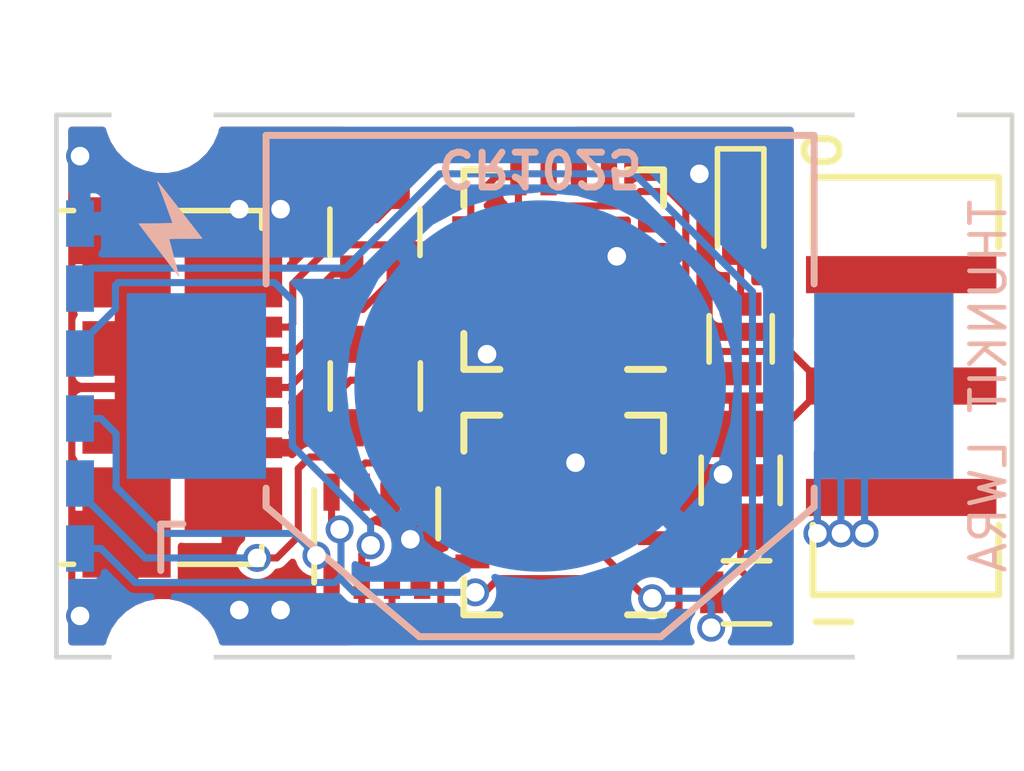
<source format=kicad_pcb>
(kicad_pcb (version 4) (host pcbnew 4.0.5+dfsg1-4)

  (general
    (links 59)
    (no_connects 0)
    (area 123.139999 92.913999 143.814001 104.698001)
    (thickness 1.6)
    (drawings 9)
    (tracks 223)
    (zones 0)
    (modules 33)
    (nets 31)
  )

  (page A4)
  (layers
    (0 F.Cu signal)
    (31 B.Cu signal)
    (32 B.Adhes user)
    (33 F.Adhes user)
    (34 B.Paste user)
    (35 F.Paste user)
    (36 B.SilkS user)
    (37 F.SilkS user)
    (38 B.Mask user)
    (39 F.Mask user)
    (40 Dwgs.User user)
    (41 Cmts.User user)
    (42 Eco1.User user)
    (43 Eco2.User user)
    (44 Edge.Cuts user)
    (45 Margin user)
    (46 B.CrtYd user)
    (47 F.CrtYd user)
    (48 B.Fab user hide)
    (49 F.Fab user hide)
  )

  (setup
    (last_trace_width 0.1524)
    (user_trace_width 0.3048)
    (user_trace_width 0.6096)
    (trace_clearance 0.1524)
    (zone_clearance 0.1524)
    (zone_45_only no)
    (trace_min 0.0127)
    (segment_width 0.1)
    (edge_width 0.1)
    (via_size 0.6)
    (via_drill 0.4)
    (via_min_size 0.4)
    (via_min_drill 0.3)
    (uvia_size 0.3)
    (uvia_drill 0.1)
    (uvias_allowed no)
    (uvia_min_size 0)
    (uvia_min_drill 0)
    (pcb_text_width 0.3)
    (pcb_text_size 1.5 1.5)
    (mod_edge_width 0.15)
    (mod_text_size 1 1)
    (mod_text_width 0.15)
    (pad_size 0.6 0.6)
    (pad_drill 0.4)
    (pad_to_mask_clearance 0)
    (aux_axis_origin 0 0)
    (visible_elements FFFCFFFF)
    (pcbplotparams
      (layerselection 0x310fc_80000001)
      (usegerberextensions true)
      (excludeedgelayer true)
      (linewidth 0.100000)
      (plotframeref false)
      (viasonmask false)
      (mode 1)
      (useauxorigin false)
      (hpglpennumber 1)
      (hpglpenspeed 20)
      (hpglpendiameter 15)
      (hpglpenoverlay 2)
      (psnegative false)
      (psa4output false)
      (plotreference true)
      (plotvalue true)
      (plotinvisibletext false)
      (padsonsilk false)
      (subtractmaskfromsilk false)
      (outputformat 1)
      (mirror false)
      (drillshape 0)
      (scaleselection 1)
      (outputdirectory GERBER))
  )

  (net 0 "")
  (net 1 GND)
  (net 2 VCC)
  (net 3 RST)
  (net 4 MISO)
  (net 5 "Net-(U2-Pad2)")
  (net 6 "Net-(U2-Pad12)")
  (net 7 TX_FTDI)
  (net 8 RX_FTDI)
  (net 9 "Net-(D1-Pad2)")
  (net 10 "Net-(P1-Pad3)")
  (net 11 "Net-(P1-Pad4)")
  (net 12 "Net-(P1-Pad2)")
  (net 13 "Net-(P1-Pad1)")
  (net 14 MOSI)
  (net 15 SCK)
  (net 16 BMP_CS)
  (net 17 "Net-(U2-Pad11)")
  (net 18 "Net-(R1-Pad3)")
  (net 19 "Net-(R1-Pad4)")
  (net 20 "Net-(R2-Pad1)")
  (net 21 "Net-(R2-Pad2)")
  (net 22 "Net-(R3-Pad2)")
  (net 23 "Net-(U3-Pad1)")
  (net 24 "Net-(U3-Pad4)")
  (net 25 "Net-(U3-Pad5)")
  (net 26 "Net-(U3-Pad11)")
  (net 27 "Net-(U3-Pad14)")
  (net 28 "Net-(U3-Pad16)")
  (net 29 "Net-(U2-Pad14)")
  (net 30 /PWR)

  (net_class Default "This is the default net class."
    (clearance 0.1524)
    (trace_width 0.1524)
    (via_dia 0.6)
    (via_drill 0.4)
    (uvia_dia 0.3)
    (uvia_drill 0.1)
    (add_net /PWR)
    (add_net BMP_CS)
    (add_net GND)
    (add_net MISO)
    (add_net MOSI)
    (add_net "Net-(D1-Pad2)")
    (add_net "Net-(P1-Pad1)")
    (add_net "Net-(P1-Pad2)")
    (add_net "Net-(P1-Pad3)")
    (add_net "Net-(P1-Pad4)")
    (add_net "Net-(R1-Pad3)")
    (add_net "Net-(R1-Pad4)")
    (add_net "Net-(R2-Pad1)")
    (add_net "Net-(R2-Pad2)")
    (add_net "Net-(R3-Pad2)")
    (add_net "Net-(U2-Pad11)")
    (add_net "Net-(U2-Pad12)")
    (add_net "Net-(U2-Pad14)")
    (add_net "Net-(U2-Pad2)")
    (add_net "Net-(U3-Pad1)")
    (add_net "Net-(U3-Pad11)")
    (add_net "Net-(U3-Pad14)")
    (add_net "Net-(U3-Pad16)")
    (add_net "Net-(U3-Pad4)")
    (add_net "Net-(U3-Pad5)")
    (add_net RST)
    (add_net RX_FTDI)
    (add_net SCK)
    (add_net TX_FTDI)
    (add_net VCC)
  )

  (module "MOD:GND VIA" (layer F.Cu) (tedit 5B0AE3D6) (tstamp 5B0AE367)
    (at 123.698 102.489)
    (fp_text reference "" (at 0 0) (layer F.SilkS)
      (effects (font (thickness 0.15)))
    )
    (fp_text value "" (at 0 0) (layer F.SilkS)
      (effects (font (thickness 0.15)))
    )
    (pad 1 thru_hole circle (at 0 1.27) (size 0.6 0.6) (drill 0.4) (layers *.Cu *.Mask)
      (net 1 GND) (zone_connect 2))
  )

  (module "MOD:GND VIA" (layer F.Cu) (tedit 5B0AE451) (tstamp 5B0AE2C2)
    (at 123.698 92.583)
    (fp_text reference "" (at 0 0) (layer F.SilkS)
      (effects (font (thickness 0.15)))
    )
    (fp_text value "" (at 0 0) (layer F.SilkS)
      (effects (font (thickness 0.15)))
    )
    (pad 1 thru_hole circle (at 0 1.27) (size 0.6 0.6) (drill 0.4) (layers *.Cu *.Mask)
      (net 1 GND) (zone_connect 2))
  )

  (module "MOD:GND VIA" (layer F.Cu) (tedit 5B0A24ED) (tstamp 5B0A272B)
    (at 128.016 93.726)
    (fp_text reference "" (at 0 0) (layer F.SilkS)
      (effects (font (thickness 0.15)))
    )
    (fp_text value "" (at 0 0) (layer F.SilkS)
      (effects (font (thickness 0.15)))
    )
    (pad 1 thru_hole circle (at 0 1.27) (size 0.6 0.6) (drill 0.4) (layers *.Cu)
      (net 1 GND) (zone_connect 2))
  )

  (module "MOD:GND VIA" (layer F.Cu) (tedit 5B0A24ED) (tstamp 5B0A2725)
    (at 127.127 93.726)
    (fp_text reference "" (at 0 0) (layer F.SilkS)
      (effects (font (thickness 0.15)))
    )
    (fp_text value "" (at 0 0) (layer F.SilkS)
      (effects (font (thickness 0.15)))
    )
    (pad 1 thru_hole circle (at 0 1.27) (size 0.6 0.6) (drill 0.4) (layers *.Cu)
      (net 1 GND) (zone_connect 2))
  )

  (module "MOD:GND VIA" (layer F.Cu) (tedit 5B0A24ED) (tstamp 5B0A2721)
    (at 128.016 102.362)
    (fp_text reference "" (at 0 0) (layer F.SilkS)
      (effects (font (thickness 0.15)))
    )
    (fp_text value "" (at 0 0) (layer F.SilkS)
      (effects (font (thickness 0.15)))
    )
    (pad 1 thru_hole circle (at 0 1.27) (size 0.6 0.6) (drill 0.4) (layers *.Cu)
      (net 1 GND) (zone_connect 2))
  )

  (module "MOD:GND VIA" (layer F.Cu) (tedit 5B0A24ED) (tstamp 5B0A2716)
    (at 127.127 102.362)
    (fp_text reference "" (at 0 0) (layer F.SilkS)
      (effects (font (thickness 0.15)))
    )
    (fp_text value "" (at 0 0) (layer F.SilkS)
      (effects (font (thickness 0.15)))
    )
    (pad 1 thru_hole circle (at 0 1.27) (size 0.6 0.6) (drill 0.4) (layers *.Cu)
      (net 1 GND) (zone_connect 2))
  )

  (module "MOD:GND VIA" (layer F.Cu) (tedit 5B0A25C3) (tstamp 5B0A2694)
    (at 137.033 92.964)
    (fp_text reference "" (at 0 0) (layer F.SilkS)
      (effects (font (thickness 0.15)))
    )
    (fp_text value "" (at 0 0) (layer F.SilkS)
      (effects (font (thickness 0.15)))
    )
    (pad 1 thru_hole circle (at 0 1.27) (size 0.6 0.6) (drill 0.4) (layers *.Cu)
      (net 1 GND) (zone_connect 2))
  )

  (module "MOD:GND VIA" (layer F.Cu) (tedit 5B0A25C3) (tstamp 5B0A2689)
    (at 135.255 94.742)
    (fp_text reference "" (at 0 0) (layer F.SilkS)
      (effects (font (thickness 0.15)))
    )
    (fp_text value "" (at 0 0) (layer F.SilkS)
      (effects (font (thickness 0.15)))
    )
    (pad 1 thru_hole circle (at 0 1.27) (size 0.6 0.6) (drill 0.4) (layers *.Cu)
      (net 1 GND) (zone_connect 2))
  )

  (module "MOD:GND VIA" (layer F.Cu) (tedit 5B0A25C3) (tstamp 5B0A25DE)
    (at 137.541 99.441)
    (fp_text reference "" (at 0 0) (layer F.SilkS)
      (effects (font (thickness 0.15)))
    )
    (fp_text value "" (at 0 0) (layer F.SilkS)
      (effects (font (thickness 0.15)))
    )
    (pad 1 thru_hole circle (at 0 1.27) (size 0.6 0.6) (drill 0.4) (layers *.Cu)
      (net 1 GND) (zone_connect 2))
  )

  (module "MOD:GND VIA" (layer F.Cu) (tedit 5B0A25C3) (tstamp 5B0A25CC)
    (at 134.366 99.187)
    (fp_text reference "" (at 0 0) (layer F.SilkS)
      (effects (font (thickness 0.15)))
    )
    (fp_text value "" (at 0 0) (layer F.SilkS)
      (effects (font (thickness 0.15)))
    )
    (pad 1 thru_hole circle (at 0 1.27) (size 0.6 0.6) (drill 0.4) (layers *.Cu)
      (net 1 GND) (zone_connect 2))
  )

  (module "MOD:GND VIA" (layer F.Cu) (tedit 5B0A25C3) (tstamp 5B0A25C8)
    (at 132.461 96.8502)
    (fp_text reference "" (at 0 0) (layer F.SilkS)
      (effects (font (thickness 0.15)))
    )
    (fp_text value "" (at 0 0) (layer F.SilkS)
      (effects (font (thickness 0.15)))
    )
    (pad 1 thru_hole circle (at 0 1.27) (size 0.6 0.6) (drill 0.4) (layers *.Cu)
      (net 1 GND) (zone_connect 2))
  )

  (module "MOD:GND VIA" (layer F.Cu) (tedit 5B0A24ED) (tstamp 5B0A24F2)
    (at 130.81 100.838)
    (fp_text reference "" (at 0 0) (layer F.SilkS)
      (effects (font (thickness 0.15)))
    )
    (fp_text value "" (at 0 0) (layer F.SilkS)
      (effects (font (thickness 0.15)))
    )
    (pad 1 thru_hole circle (at 0 1.27) (size 0.6 0.6) (drill 0.4) (layers *.Cu)
      (net 1 GND) (zone_connect 2))
  )

  (module Resistors_SMD:R_Array_Convex_2x0603 (layer F.Cu) (tedit 5AE7776F) (tstamp 5AE77630)
    (at 130.056 98.806 270)
    (descr "Chip Resistor Network, ROHM MNR12 (see mnr_g.pdf)")
    (tags "resistor array")
    (path /5AE77C46)
    (attr smd)
    (fp_text reference R2 (at 0 -1.75 270) (layer F.SilkS) hide
      (effects (font (size 1 1) (thickness 0.15)))
    )
    (fp_text value 1K (at 0 2.1 270) (layer F.Fab)
      (effects (font (size 1 1) (thickness 0.15)))
    )
    (fp_text user %R (at 0 -1.75 270) (layer F.Fab)
      (effects (font (size 1 1) (thickness 0.15)))
    )
    (fp_line (start -0.8 -0.8) (end 0.8 -0.8) (layer F.Fab) (width 0.1))
    (fp_line (start 0.8 -0.8) (end 0.8 0.8) (layer F.Fab) (width 0.1))
    (fp_line (start 0.8 0.8) (end -0.8 0.8) (layer F.Fab) (width 0.1))
    (fp_line (start -0.8 0.8) (end -0.8 -0.8) (layer F.Fab) (width 0.1))
    (fp_line (start 0.5 0.97) (end -0.5 0.97) (layer F.SilkS) (width 0.12))
    (fp_line (start 0.5 -0.97) (end -0.5 -0.97) (layer F.SilkS) (width 0.12))
    (fp_line (start -1.55 -1.05) (end 1.55 -1.05) (layer F.CrtYd) (width 0.05))
    (fp_line (start -1.55 -1.05) (end -1.55 1.05) (layer F.CrtYd) (width 0.05))
    (fp_line (start 1.55 1.05) (end 1.55 -1.05) (layer F.CrtYd) (width 0.05))
    (fp_line (start 1.55 1.05) (end -1.55 1.05) (layer F.CrtYd) (width 0.05))
    (pad 1 smd rect (at -0.9 -0.5 270) (size 0.8 0.5) (layers F.Cu F.Paste F.Mask)
      (net 20 "Net-(R2-Pad1)"))
    (pad 2 smd rect (at -0.9 0.5 270) (size 0.8 0.5) (layers F.Cu F.Paste F.Mask)
      (net 21 "Net-(R2-Pad2)"))
    (pad 3 smd rect (at 0.9 0.5 270) (size 0.8 0.5) (layers F.Cu F.Paste F.Mask)
      (net 8 RX_FTDI))
    (pad 4 smd rect (at 0.9 -0.5 270) (size 0.8 0.5) (layers F.Cu F.Paste F.Mask)
      (net 7 TX_FTDI))
    (model ${KISYS3DMOD}/Resistors_SMD.3dshapes/R_Array_Convex_2x0603.wrl
      (at (xyz 0 0 0))
      (scale (xyz 1 1 1))
      (rotate (xyz 0 0 0))
    )
  )

  (module "MOD:GND VIA" (layer F.Cu) (tedit 5B0A1E1B) (tstamp 5B0A215F)
    (at 140.589 100.711)
    (fp_text reference "" (at 0 0) (layer F.SilkS)
      (effects (font (thickness 0.15)))
    )
    (fp_text value "" (at 0 0) (layer F.SilkS)
      (effects (font (thickness 0.15)))
    )
    (pad 1 thru_hole circle (at 0 1.27) (size 0.6 0.6) (drill 0.4) (layers *.Cu)
      (net 30 /PWR) (zone_connect 2))
  )

  (module "MOD:GND VIA" (layer F.Cu) (tedit 5B0A1E1B) (tstamp 5B0A215B)
    (at 140.081 100.711)
    (fp_text reference "" (at 0 0) (layer F.SilkS)
      (effects (font (thickness 0.15)))
    )
    (fp_text value "" (at 0 0) (layer F.SilkS)
      (effects (font (thickness 0.15)))
    )
    (pad 1 thru_hole circle (at 0 1.27) (size 0.6 0.6) (drill 0.4) (layers *.Cu)
      (net 30 /PWR) (zone_connect 2))
  )

  (module Mounting_Holes:MountingHole_2.2mm_M2 (layer F.Cu) (tedit 5B0A1591) (tstamp 5B0A1422)
    (at 141.478 104.648)
    (descr "Mounting Hole 2.2mm, no annular, M2")
    (tags "mounting hole 2.2mm no annular m2")
    (attr virtual)
    (fp_text reference REF** (at 0 -3.2) (layer F.SilkS) hide
      (effects (font (size 1 1) (thickness 0.15)))
    )
    (fp_text value MountingHole_2.2mm_M2 (at 0 3.2) (layer F.Fab)
      (effects (font (size 1 1) (thickness 0.15)))
    )
    (fp_text user %R (at 0.3 0) (layer F.Fab)
      (effects (font (size 1 1) (thickness 0.15)))
    )
    (fp_circle (center 0 0) (end 2.2 0) (layer Cmts.User) (width 0.15))
    (fp_circle (center 0 0) (end 2.45 0) (layer F.CrtYd) (width 0.05))
    (pad 1 np_thru_hole circle (at 0 0) (size 2.2 2.2) (drill 2.2) (layers *.Cu *.Mask))
  )

  (module Mounting_Holes:MountingHole_2.2mm_M2 (layer F.Cu) (tedit 5B0A1597) (tstamp 5B0A140E)
    (at 125.476 104.648)
    (descr "Mounting Hole 2.2mm, no annular, M2")
    (tags "mounting hole 2.2mm no annular m2")
    (attr virtual)
    (fp_text reference REF** (at 0 -3.2) (layer F.SilkS) hide
      (effects (font (size 1 1) (thickness 0.15)))
    )
    (fp_text value MountingHole_2.2mm_M2 (at 0 3.2) (layer F.Fab)
      (effects (font (size 1 1) (thickness 0.15)))
    )
    (fp_text user %R (at 0.3 0) (layer F.Fab)
      (effects (font (size 1 1) (thickness 0.15)))
    )
    (fp_circle (center 0 0) (end 2.2 0) (layer Cmts.User) (width 0.15))
    (fp_circle (center 0 0) (end 2.45 0) (layer F.CrtYd) (width 0.05))
    (pad 1 np_thru_hole circle (at 0 0) (size 2.2 2.2) (drill 2.2) (layers *.Cu *.Mask))
  )

  (module Mounting_Holes:MountingHole_2.2mm_M2 (layer F.Cu) (tedit 5B0A1584) (tstamp 5B0A1254)
    (at 125.476 92.964)
    (descr "Mounting Hole 2.2mm, no annular, M2")
    (tags "mounting hole 2.2mm no annular m2")
    (attr virtual)
    (fp_text reference REF** (at 0 -3.2) (layer F.SilkS) hide
      (effects (font (size 1 1) (thickness 0.15)))
    )
    (fp_text value MountingHole_2.2mm_M2 (at 0 3.2) (layer F.Fab)
      (effects (font (size 1 1) (thickness 0.15)))
    )
    (fp_text user %R (at 0.3 0) (layer F.Fab)
      (effects (font (size 1 1) (thickness 0.15)))
    )
    (fp_circle (center 0 0) (end 2.2 0) (layer Cmts.User) (width 0.15))
    (fp_circle (center 0 0) (end 2.45 0) (layer F.CrtYd) (width 0.05))
    (pad 1 np_thru_hole circle (at 0 0) (size 2.2 2.2) (drill 2.2) (layers *.Cu *.Mask))
  )

  (module MOD:LGA-8_NO_DOT (layer F.Cu) (tedit 5AE7848A) (tstamp 5A7FBAB1)
    (at 130.089 102.042 270)
    (path /5A7FB645)
    (solder_mask_margin 0.1)
    (attr smd)
    (fp_text reference U1 (at 0 -2.3064 270) (layer F.Fab)
      (effects (font (size 0.64 0.64) (thickness 0.05)))
    )
    (fp_text value BMP280 (at 0.018 2.2568 270) (layer F.SilkS) hide
      (effects (font (size 0.64 0.64) (thickness 0.05)))
    )
    (fp_line (start -1 1.35) (end 1 1.35) (layer F.SilkS) (width 0.127))
    (fp_line (start -1.016 -1.3208) (end 0.0508 -1.3208) (layer F.SilkS) (width 0.127))
    (pad 2 smd rect (at 0.95 -0.325 270) (size 0.8 0.35) (layers F.Cu F.Paste F.Mask)
      (net 16 BMP_CS))
    (pad 7 smd rect (at -0.95 -0.325 270) (size 0.8 0.35) (layers F.Cu F.Paste F.Mask)
      (net 1 GND))
    (pad 3 smd rect (at 0.95 0.325 270) (size 0.8 0.35) (layers F.Cu F.Paste F.Mask)
      (net 14 MOSI))
    (pad 6 smd rect (at -0.95 0.325 270) (size 0.8 0.35) (layers F.Cu F.Paste F.Mask)
      (net 2 VCC))
    (pad 8 smd rect (at -0.95 -0.975 270) (size 0.8 0.35) (layers F.Cu F.Paste F.Mask)
      (net 2 VCC))
    (pad 1 smd rect (at 0.95 -0.975 270) (size 0.8 0.35) (layers F.Cu F.Paste F.Mask)
      (net 1 GND))
    (pad 4 smd rect (at 0.95 0.975 270) (size 0.8 0.35) (layers F.Cu F.Paste F.Mask)
      (net 15 SCK))
    (pad 5 smd rect (at -0.95 0.975 270) (size 0.8 0.35) (layers F.Cu F.Paste F.Mask)
      (net 4 MISO))
  )

  (module LEDs:LED_0603 (layer F.Cu) (tedit 5A7FB8DC) (tstamp 5A7FBFA8)
    (at 137.922 94.996 270)
    (descr "LED 0603 smd package")
    (tags "LED led 0603 SMD smd SMT smt smdled SMDLED smtled SMTLED")
    (path /58C06DF8)
    (attr smd)
    (fp_text reference D1 (at 0 -1.25 270) (layer F.SilkS) hide
      (effects (font (size 1 1) (thickness 0.15)))
    )
    (fp_text value LED (at 0 1.35 270) (layer F.Fab)
      (effects (font (size 1 1) (thickness 0.15)))
    )
    (fp_line (start -1.3 -0.5) (end -1.3 0.5) (layer F.SilkS) (width 0.12))
    (fp_line (start -0.2 -0.2) (end -0.2 0.2) (layer F.Fab) (width 0.1))
    (fp_line (start -0.15 0) (end 0.15 -0.2) (layer F.Fab) (width 0.1))
    (fp_line (start 0.15 0.2) (end -0.15 0) (layer F.Fab) (width 0.1))
    (fp_line (start 0.15 -0.2) (end 0.15 0.2) (layer F.Fab) (width 0.1))
    (fp_line (start 0.8 0.4) (end -0.8 0.4) (layer F.Fab) (width 0.1))
    (fp_line (start 0.8 -0.4) (end 0.8 0.4) (layer F.Fab) (width 0.1))
    (fp_line (start -0.8 -0.4) (end 0.8 -0.4) (layer F.Fab) (width 0.1))
    (fp_line (start -0.8 0.4) (end -0.8 -0.4) (layer F.Fab) (width 0.1))
    (fp_line (start -1.3 0.5) (end 0.8 0.5) (layer F.SilkS) (width 0.12))
    (fp_line (start -1.3 -0.5) (end 0.8 -0.5) (layer F.SilkS) (width 0.12))
    (fp_line (start 1.45 -0.65) (end 1.45 0.65) (layer F.CrtYd) (width 0.05))
    (fp_line (start 1.45 0.65) (end -1.45 0.65) (layer F.CrtYd) (width 0.05))
    (fp_line (start -1.45 0.65) (end -1.45 -0.65) (layer F.CrtYd) (width 0.05))
    (fp_line (start -1.45 -0.65) (end 1.45 -0.65) (layer F.CrtYd) (width 0.05))
    (pad 2 smd rect (at 0.8 0 90) (size 0.8 0.8) (layers F.Cu F.Paste F.Mask)
      (net 9 "Net-(D1-Pad2)"))
    (pad 1 smd rect (at -0.8 0 90) (size 0.8 0.8) (layers F.Cu F.Paste F.Mask)
      (net 1 GND))
    (model ${KISYS3DMOD}/LEDs.3dshapes/LED_0603.wrl
      (at (xyz 0 0 0))
      (scale (xyz 1 1 1))
      (rotate (xyz 0 0 180))
    )
  )

  (module Capacitors_SMD:C_0805 (layer F.Cu) (tedit 5A7FC28A) (tstamp 5A7FCAA0)
    (at 137.922 100.838 90)
    (descr "Capacitor SMD 0805, reflow soldering, AVX (see smccp.pdf)")
    (tags "capacitor 0805")
    (path /58C06C0F)
    (attr smd)
    (fp_text reference C1 (at 0 -1.5 90) (layer F.SilkS) hide
      (effects (font (size 1 1) (thickness 0.15)))
    )
    (fp_text value 1uF (at 0 1.75 90) (layer F.Fab)
      (effects (font (size 1 1) (thickness 0.15)))
    )
    (fp_text user %R (at 0 -1.5 90) (layer F.Fab)
      (effects (font (size 1 1) (thickness 0.15)))
    )
    (fp_line (start -1 0.62) (end -1 -0.62) (layer F.Fab) (width 0.1))
    (fp_line (start 1 0.62) (end -1 0.62) (layer F.Fab) (width 0.1))
    (fp_line (start 1 -0.62) (end 1 0.62) (layer F.Fab) (width 0.1))
    (fp_line (start -1 -0.62) (end 1 -0.62) (layer F.Fab) (width 0.1))
    (fp_line (start 0.5 -0.85) (end -0.5 -0.85) (layer F.SilkS) (width 0.12))
    (fp_line (start -0.5 0.85) (end 0.5 0.85) (layer F.SilkS) (width 0.12))
    (fp_line (start -1.75 -0.88) (end 1.75 -0.88) (layer F.CrtYd) (width 0.05))
    (fp_line (start -1.75 -0.88) (end -1.75 0.87) (layer F.CrtYd) (width 0.05))
    (fp_line (start 1.75 0.87) (end 1.75 -0.88) (layer F.CrtYd) (width 0.05))
    (fp_line (start 1.75 0.87) (end -1.75 0.87) (layer F.CrtYd) (width 0.05))
    (pad 1 smd rect (at -1 0 90) (size 1 1.25) (layers F.Cu F.Paste F.Mask)
      (net 2 VCC))
    (pad 2 smd rect (at 1 0 90) (size 1 1.25) (layers F.Cu F.Paste F.Mask)
      (net 1 GND))
    (model Capacitors_SMD.3dshapes/C_0805.wrl
      (at (xyz 0 0 0))
      (scale (xyz 1 1 1))
      (rotate (xyz 0 0 0))
    )
  )

  (module MOD:lightning2 (layer B.Cu) (tedit 0) (tstamp 5A804F8D)
    (at 125.603 95.377 180)
    (fp_text reference G*** (at 0 0 180) (layer B.SilkS) hide
      (effects (font (thickness 0.3)) (justify mirror))
    )
    (fp_text value LOGO (at 0.75 0 180) (layer B.SilkS) hide
      (effects (font (thickness 0.3)) (justify mirror))
    )
    (fp_poly (pts (xy 0.235765 0.96729) (xy 0.228162 0.94615) (xy 0.21584 0.913513) (xy 0.197183 0.86346)
      (xy 0.173378 0.79923) (xy 0.145614 0.724057) (xy 0.115076 0.641179) (xy 0.082954 0.553831)
      (xy 0.050433 0.46525) (xy 0.018702 0.378673) (xy -0.011052 0.297336) (xy -0.037642 0.224475)
      (xy -0.05988 0.163326) (xy -0.076578 0.117126) (xy -0.08655 0.089112) (xy -0.0889 0.081988)
      (xy -0.076729 0.080494) (xy -0.042328 0.078927) (xy 0.011132 0.07736) (xy 0.080482 0.075872)
      (xy 0.162552 0.074537) (xy 0.254171 0.073433) (xy 0.276443 0.073217) (xy 0.641787 0.06985)
      (xy 0.220728 -0.486879) (xy 0.141472 -0.591571) (xy 0.066522 -0.690374) (xy -0.002672 -0.781392)
      (xy -0.06466 -0.862728) (xy -0.117994 -0.932485) (xy -0.161224 -0.988766) (xy -0.192901 -1.029675)
      (xy -0.211575 -1.053315) (xy -0.215893 -1.058379) (xy -0.226448 -1.064999) (xy -0.224955 -1.050813)
      (xy -0.22409 -1.04775) (xy -0.216216 -1.019736) (xy -0.203435 -0.973249) (xy -0.186703 -0.91185)
      (xy -0.166978 -0.8391) (xy -0.145217 -0.758563) (xy -0.122377 -0.6738) (xy -0.099417 -0.588373)
      (xy -0.077292 -0.505844) (xy -0.056961 -0.429775) (xy -0.03938 -0.363729) (xy -0.025508 -0.311267)
      (xy -0.016301 -0.275952) (xy -0.012716 -0.261345) (xy -0.0127 -0.261192) (xy -0.024865 -0.25933)
      (xy -0.059216 -0.257646) (xy -0.11254 -0.256207) (xy -0.181624 -0.255078) (xy -0.263256 -0.254322)
      (xy -0.354221 -0.254005) (xy -0.3683 -0.254) (xy -0.460376 -0.253783) (xy -0.543593 -0.25317)
      (xy -0.61474 -0.252219) (xy -0.670603 -0.250986) (xy -0.707968 -0.24953) (xy -0.723623 -0.247908)
      (xy -0.7239 -0.247657) (xy -0.716323 -0.236945) (xy -0.69469 -0.208379) (xy -0.660651 -0.164067)
      (xy -0.615855 -0.106118) (xy -0.56195 -0.036639) (xy -0.500587 0.042261) (xy -0.433414 0.128472)
      (xy -0.362081 0.219888) (xy -0.288237 0.314398) (xy -0.21353 0.409896) (xy -0.139611 0.504271)
      (xy -0.068127 0.595417) (xy -0.00073 0.681224) (xy 0.060934 0.759583) (xy 0.115213 0.828387)
      (xy 0.16046 0.885527) (xy 0.195025 0.928894) (xy 0.217258 0.956381) (xy 0.224749 0.9652)
      (xy 0.235777 0.975093) (xy 0.235765 0.96729)) (layer B.SilkS) (width 0.01))
  )

  (module Resistors_SMD:R_Array_Convex_2x0603 (layer F.Cu) (tedit 5AE7777D) (tstamp 5AE77628)
    (at 130.048 95.493 90)
    (descr "Chip Resistor Network, ROHM MNR12 (see mnr_g.pdf)")
    (tags "resistor array")
    (path /5AE77B6A)
    (attr smd)
    (fp_text reference R1 (at 0 -1.75 90) (layer F.SilkS) hide
      (effects (font (size 1 1) (thickness 0.15)))
    )
    (fp_text value 22 (at 0 2.1 90) (layer F.Fab)
      (effects (font (size 1 1) (thickness 0.15)))
    )
    (fp_text user %R (at 0 -1.75 90) (layer F.Fab)
      (effects (font (size 1 1) (thickness 0.15)))
    )
    (fp_line (start -0.8 -0.8) (end 0.8 -0.8) (layer F.Fab) (width 0.1))
    (fp_line (start 0.8 -0.8) (end 0.8 0.8) (layer F.Fab) (width 0.1))
    (fp_line (start 0.8 0.8) (end -0.8 0.8) (layer F.Fab) (width 0.1))
    (fp_line (start -0.8 0.8) (end -0.8 -0.8) (layer F.Fab) (width 0.1))
    (fp_line (start 0.5 0.97) (end -0.5 0.97) (layer F.SilkS) (width 0.12))
    (fp_line (start 0.5 -0.97) (end -0.5 -0.97) (layer F.SilkS) (width 0.12))
    (fp_line (start -1.55 -1.05) (end 1.55 -1.05) (layer F.CrtYd) (width 0.05))
    (fp_line (start -1.55 -1.05) (end -1.55 1.05) (layer F.CrtYd) (width 0.05))
    (fp_line (start 1.55 1.05) (end 1.55 -1.05) (layer F.CrtYd) (width 0.05))
    (fp_line (start 1.55 1.05) (end -1.55 1.05) (layer F.CrtYd) (width 0.05))
    (pad 1 smd rect (at -0.9 -0.5 90) (size 0.8 0.5) (layers F.Cu F.Paste F.Mask)
      (net 12 "Net-(P1-Pad2)"))
    (pad 2 smd rect (at -0.9 0.5 90) (size 0.8 0.5) (layers F.Cu F.Paste F.Mask)
      (net 10 "Net-(P1-Pad3)"))
    (pad 3 smd rect (at 0.9 0.5 90) (size 0.8 0.5) (layers F.Cu F.Paste F.Mask)
      (net 18 "Net-(R1-Pad3)"))
    (pad 4 smd rect (at 0.9 -0.5 90) (size 0.8 0.5) (layers F.Cu F.Paste F.Mask)
      (net 19 "Net-(R1-Pad4)"))
    (model ${KISYS3DMOD}/Resistors_SMD.3dshapes/R_Array_Convex_2x0603.wrl
      (at (xyz 0 0 0))
      (scale (xyz 1 1 1))
      (rotate (xyz 0 0 0))
    )
  )

  (module Connectors_USB:USB_Micro-B_Molex_47346-0001 (layer F.Cu) (tedit 5AE77762) (tstamp 5AE7776B)
    (at 124.7 98.836 270)
    (descr "Micro USB B receptable with flange, bottom-mount, SMD, right-angle (http://www.molex.com/pdm_docs/sd/473460001_sd.pdf)")
    (tags "Micro B USB SMD")
    (path /58C06FD0)
    (attr smd)
    (fp_text reference P1 (at 0 -4.5 270) (layer F.SilkS) hide
      (effects (font (size 1 1) (thickness 0.15)))
    )
    (fp_text value USB_OTG (at 0 3.4 450) (layer F.Fab)
      (effects (font (size 1 1) (thickness 0.15)))
    )
    (fp_text user "PCB Edge" (at 0 1.47 450) (layer Dwgs.User)
      (effects (font (size 0.4 0.4) (thickness 0.04)))
    )
    (fp_text user %R (at 0 0 270) (layer F.Fab)
      (effects (font (size 1 1) (thickness 0.15)))
    )
    (fp_line (start 3.81 -2.91) (end 3.43 -2.91) (layer F.SilkS) (width 0.12))
    (fp_line (start 4.6 2.7) (end -4.6 2.7) (layer F.CrtYd) (width 0.05))
    (fp_line (start 4.6 -3.9) (end 4.6 2.7) (layer F.CrtYd) (width 0.05))
    (fp_line (start -4.6 -3.9) (end 4.6 -3.9) (layer F.CrtYd) (width 0.05))
    (fp_line (start -4.6 2.7) (end -4.6 -3.9) (layer F.CrtYd) (width 0.05))
    (fp_line (start 3.75 2.15) (end -3.75 2.15) (layer F.Fab) (width 0.1))
    (fp_line (start 3.75 -2.85) (end 3.75 2.15) (layer F.Fab) (width 0.1))
    (fp_line (start -3.75 -2.85) (end 3.75 -2.85) (layer F.Fab) (width 0.1))
    (fp_line (start -3.75 2.15) (end -3.75 -2.85) (layer F.Fab) (width 0.1))
    (fp_line (start 3.81 1.14) (end 3.81 1.4) (layer F.SilkS) (width 0.12))
    (fp_line (start 3.81 -2.91) (end 3.81 -1.14) (layer F.SilkS) (width 0.12))
    (fp_line (start -3.81 -2.91) (end -3.43 -2.91) (layer F.SilkS) (width 0.12))
    (fp_line (start -3.81 -1.14) (end -3.81 -2.91) (layer F.SilkS) (width 0.12))
    (fp_line (start -3.81 1.4) (end -3.81 1.14) (layer F.SilkS) (width 0.12))
    (fp_line (start -3.25 1.45) (end 3.25 1.45) (layer F.Fab) (width 0.1))
    (pad 1 smd rect (at -1.3 -2.66 270) (size 0.45 1.38) (layers F.Cu F.Paste F.Mask)
      (net 13 "Net-(P1-Pad1)"))
    (pad 2 smd rect (at -0.65 -2.66 270) (size 0.45 1.38) (layers F.Cu F.Paste F.Mask)
      (net 12 "Net-(P1-Pad2)"))
    (pad 3 smd rect (at 0 -2.66 270) (size 0.45 1.38) (layers F.Cu F.Paste F.Mask)
      (net 10 "Net-(P1-Pad3)"))
    (pad 4 smd rect (at 0.65 -2.66 270) (size 0.45 1.38) (layers F.Cu F.Paste F.Mask)
      (net 11 "Net-(P1-Pad4)"))
    (pad 5 smd rect (at 1.3 -2.66 270) (size 0.45 1.38) (layers F.Cu F.Paste F.Mask)
      (net 1 GND))
    (pad 6 smd rect (at -2.4625 -2.3 270) (size 1.475 2.1) (layers F.Cu F.Paste F.Mask)
      (net 1 GND))
    (pad 6 smd rect (at 2.4625 -2.3 270) (size 1.475 2.1) (layers F.Cu F.Paste F.Mask)
      (net 1 GND))
    (pad 6 smd rect (at -2.91 0 270) (size 2.375 1.9) (layers F.Cu F.Paste F.Mask)
      (net 1 GND))
    (pad 6 smd rect (at 2.91 0 270) (size 2.375 1.9) (layers F.Cu F.Paste F.Mask)
      (net 1 GND))
    (pad 6 smd rect (at -0.84 0 270) (size 1.175 1.9) (layers F.Cu F.Paste F.Mask)
      (net 1 GND))
    (pad 6 smd rect (at 0.84 0 270) (size 1.175 1.9) (layers F.Cu F.Paste F.Mask)
      (net 1 GND))
    (model ${KISYS3DMOD}/Connectors_USB.3dshapes/USB_Micro-B_Molex_47346-0001.wrl
      (at (xyz 0 0 0))
      (scale (xyz 1 1 1))
      (rotate (xyz 0 0 0))
    )
  )

  (module Resistors_SMD:R_0603 (layer F.Cu) (tedit 5AE77A6D) (tstamp 5AE77A86)
    (at 137.922 97.79 270)
    (descr "Resistor SMD 0603, reflow soldering, Vishay (see dcrcw.pdf)")
    (tags "resistor 0603")
    (path /5AE78B0E)
    (attr smd)
    (fp_text reference R3 (at 0 -1.45 270) (layer F.SilkS) hide
      (effects (font (size 1 1) (thickness 0.15)))
    )
    (fp_text value 330 (at 0 1.5 270) (layer F.Fab)
      (effects (font (size 1 1) (thickness 0.15)))
    )
    (fp_text user %R (at 0 0 270) (layer F.Fab)
      (effects (font (size 0.4 0.4) (thickness 0.075)))
    )
    (fp_line (start -0.8 0.4) (end -0.8 -0.4) (layer F.Fab) (width 0.1))
    (fp_line (start 0.8 0.4) (end -0.8 0.4) (layer F.Fab) (width 0.1))
    (fp_line (start 0.8 -0.4) (end 0.8 0.4) (layer F.Fab) (width 0.1))
    (fp_line (start -0.8 -0.4) (end 0.8 -0.4) (layer F.Fab) (width 0.1))
    (fp_line (start 0.5 0.68) (end -0.5 0.68) (layer F.SilkS) (width 0.12))
    (fp_line (start -0.5 -0.68) (end 0.5 -0.68) (layer F.SilkS) (width 0.12))
    (fp_line (start -1.25 -0.7) (end 1.25 -0.7) (layer F.CrtYd) (width 0.05))
    (fp_line (start -1.25 -0.7) (end -1.25 0.7) (layer F.CrtYd) (width 0.05))
    (fp_line (start 1.25 0.7) (end 1.25 -0.7) (layer F.CrtYd) (width 0.05))
    (fp_line (start 1.25 0.7) (end -1.25 0.7) (layer F.CrtYd) (width 0.05))
    (pad 1 smd rect (at -0.75 0 270) (size 0.5 0.9) (layers F.Cu F.Paste F.Mask)
      (net 9 "Net-(D1-Pad2)"))
    (pad 2 smd rect (at 0.75 0 270) (size 0.5 0.9) (layers F.Cu F.Paste F.Mask)
      (net 22 "Net-(R3-Pad2)"))
    (model ${KISYS3DMOD}/Resistors_SMD.3dshapes/R_0603.wrl
      (at (xyz 0 0 0))
      (scale (xyz 1 1 1))
      (rotate (xyz 0 0 0))
    )
  )

  (module Resistors_SMD:R_0603 (layer F.Cu) (tedit 5AE78573) (tstamp 5AE78594)
    (at 138.049 103.251)
    (descr "Resistor SMD 0603, reflow soldering, Vishay (see dcrcw.pdf)")
    (tags "resistor 0603")
    (path /5AE793C9)
    (attr smd)
    (fp_text reference R4 (at 0 -1.45) (layer F.SilkS) hide
      (effects (font (size 1 1) (thickness 0.15)))
    )
    (fp_text value 10K (at 0 1.5) (layer F.Fab)
      (effects (font (size 1 1) (thickness 0.15)))
    )
    (fp_text user %R (at 0 0) (layer F.Fab)
      (effects (font (size 0.4 0.4) (thickness 0.075)))
    )
    (fp_line (start -0.8 0.4) (end -0.8 -0.4) (layer F.Fab) (width 0.1))
    (fp_line (start 0.8 0.4) (end -0.8 0.4) (layer F.Fab) (width 0.1))
    (fp_line (start 0.8 -0.4) (end 0.8 0.4) (layer F.Fab) (width 0.1))
    (fp_line (start -0.8 -0.4) (end 0.8 -0.4) (layer F.Fab) (width 0.1))
    (fp_line (start 0.5 0.68) (end -0.5 0.68) (layer F.SilkS) (width 0.12))
    (fp_line (start -0.5 -0.68) (end 0.5 -0.68) (layer F.SilkS) (width 0.12))
    (fp_line (start -1.25 -0.7) (end 1.25 -0.7) (layer F.CrtYd) (width 0.05))
    (fp_line (start -1.25 -0.7) (end -1.25 0.7) (layer F.CrtYd) (width 0.05))
    (fp_line (start 1.25 0.7) (end 1.25 -0.7) (layer F.CrtYd) (width 0.05))
    (fp_line (start 1.25 0.7) (end -1.25 0.7) (layer F.CrtYd) (width 0.05))
    (pad 1 smd rect (at -0.75 0) (size 0.5 0.9) (layers F.Cu F.Paste F.Mask)
      (net 3 RST))
    (pad 2 smd rect (at 0.75 0) (size 0.5 0.9) (layers F.Cu F.Paste F.Mask)
      (net 2 VCC))
    (model ${KISYS3DMOD}/Resistors_SMD.3dshapes/R_0603.wrl
      (at (xyz 0 0 0))
      (scale (xyz 1 1 1))
      (rotate (xyz 0 0 0))
    )
  )

  (module MOD:QFN-16_4x4mm_Pitch0.65mm_NO_PIN_12 (layer F.Cu) (tedit 5AE7919E) (tstamp 5AE7931B)
    (at 134.112 96.298 180)
    (descr "16-Lead Plastic Quad Flat, No Lead Package (ML) - 4x4x0.9 mm Body [QFN]; (see Microchip Packaging Specification 00000049BS.pdf)")
    (tags "QFN 0.65")
    (path /58C09399)
    (attr smd)
    (fp_text reference U3 (at 0 -3.4 180) (layer F.SilkS) hide
      (effects (font (size 1 1) (thickness 0.15)))
    )
    (fp_text value FT230XQ-R (at 0 3.4 180) (layer F.Fab)
      (effects (font (size 1 1) (thickness 0.15)))
    )
    (fp_line (start -2.65 -2.65) (end -2.65 2.65) (layer F.CrtYd) (width 0.05))
    (fp_line (start 2.65 -2.65) (end 2.65 2.65) (layer F.CrtYd) (width 0.05))
    (fp_line (start -2.65 -2.65) (end 2.65 -2.65) (layer F.CrtYd) (width 0.05))
    (fp_line (start -2.65 2.65) (end 2.65 2.65) (layer F.CrtYd) (width 0.05))
    (fp_line (start 2.15 -2.15) (end 2.15 -1.375) (layer F.SilkS) (width 0.15))
    (fp_line (start -2.15 2.15) (end -2.15 1.375) (layer F.SilkS) (width 0.15))
    (fp_line (start 2.15 2.15) (end 2.15 1.375) (layer F.SilkS) (width 0.15))
    (fp_line (start -2.15 -2.15) (end -1.375 -2.15) (layer F.SilkS) (width 0.15))
    (fp_line (start -2.15 2.15) (end -1.375 2.15) (layer F.SilkS) (width 0.15))
    (fp_line (start 2.15 2.15) (end 1.375 2.15) (layer F.SilkS) (width 0.15))
    (fp_line (start 2.15 -2.15) (end 1.375 -2.15) (layer F.SilkS) (width 0.15))
    (pad 1 smd rect (at -2 -0.975 180) (size 0.8 0.35) (layers F.Cu F.Paste F.Mask)
      (net 23 "Net-(U3-Pad1)"))
    (pad 2 smd rect (at -2 -0.325 180) (size 0.8 0.35) (layers F.Cu F.Paste F.Mask)
      (net 21 "Net-(R2-Pad2)"))
    (pad 3 smd rect (at -2 0.325 180) (size 0.8 0.35) (layers F.Cu F.Paste F.Mask)
      (net 1 GND))
    (pad 4 smd rect (at -2 0.975 180) (size 0.8 0.35) (layers F.Cu F.Paste F.Mask)
      (net 24 "Net-(U3-Pad4)"))
    (pad 5 smd rect (at -0.975 2 270) (size 0.8 0.35) (layers F.Cu F.Paste F.Mask)
      (net 25 "Net-(U3-Pad5)"))
    (pad 6 smd rect (at -0.325 2 270) (size 0.8 0.35) (layers F.Cu F.Paste F.Mask)
      (net 18 "Net-(R1-Pad3)"))
    (pad 7 smd rect (at 0.325 2 270) (size 0.8 0.35) (layers F.Cu F.Paste F.Mask)
      (net 19 "Net-(R1-Pad4)"))
    (pad 8 smd rect (at 0.975 2 270) (size 0.8 0.35) (layers F.Cu F.Paste F.Mask)
      (net 23 "Net-(U3-Pad1)"))
    (pad 9 smd rect (at 2 0.975 180) (size 0.8 0.35) (layers F.Cu F.Paste F.Mask)
      (net 23 "Net-(U3-Pad1)"))
    (pad 10 smd rect (at 2 0.325 180) (size 0.8 0.35) (layers F.Cu F.Paste F.Mask)
      (net 13 "Net-(P1-Pad1)"))
    (pad 11 smd rect (at 2 -0.325 180) (size 0.8 0.35) (layers F.Cu F.Paste F.Mask)
      (net 26 "Net-(U3-Pad11)"))
    (pad 13 smd rect (at 0.975 -2 270) (size 0.8 0.35) (layers F.Cu F.Paste F.Mask)
      (net 1 GND))
    (pad 14 smd rect (at 0.325 -2 270) (size 0.8 0.35) (layers F.Cu F.Paste F.Mask)
      (net 27 "Net-(U3-Pad14)"))
    (pad 15 smd rect (at -0.325 -2 270) (size 0.8 0.35) (layers F.Cu F.Paste F.Mask)
      (net 20 "Net-(R2-Pad1)"))
    (pad 16 smd rect (at -0.975 -2 270) (size 0.8 0.35) (layers F.Cu F.Paste F.Mask)
      (net 28 "Net-(U3-Pad16)"))
    (model Housings_DFN_QFN.3dshapes/QFN-16-1EP_4x4mm_Pitch0.65mm.wrl
      (at (xyz 0 0 0))
      (scale (xyz 1 1 1))
      (rotate (xyz 0 0 0))
    )
  )

  (module MOD:QFN-20-1EP_4x4mm_Pitch0.5mm_NO_PIN_10 (layer F.Cu) (tedit 5AE79290) (tstamp 5AE79527)
    (at 134.112 101.584 180)
    (descr "20-Lead Plastic Quad Flat, No Lead Package (ML) - 4x4x0.9 mm Body [QFN]; (see Microchip Packaging Specification 00000049BS.pdf)")
    (tags "QFN 0.5")
    (path /58C0482F)
    (attr smd)
    (fp_text reference U2 (at 0 -3.33 180) (layer F.SilkS) hide
      (effects (font (size 1 1) (thickness 0.15)))
    )
    (fp_text value ATTINY841-MU (at 0 3.33 180) (layer F.Fab)
      (effects (font (size 1 1) (thickness 0.15)))
    )
    (fp_line (start -1 -2) (end 2 -2) (layer F.Fab) (width 0.15))
    (fp_line (start 2 -2) (end 2 2) (layer F.Fab) (width 0.15))
    (fp_line (start 2 2) (end -2 2) (layer F.Fab) (width 0.15))
    (fp_line (start -2 2) (end -2 -1) (layer F.Fab) (width 0.15))
    (fp_line (start -2 -1) (end -1 -2) (layer F.Fab) (width 0.15))
    (fp_line (start -2.6 -2.6) (end -2.6 2.6) (layer F.CrtYd) (width 0.05))
    (fp_line (start 2.6 -2.6) (end 2.6 2.6) (layer F.CrtYd) (width 0.05))
    (fp_line (start -2.6 -2.6) (end 2.6 -2.6) (layer F.CrtYd) (width 0.05))
    (fp_line (start -2.6 2.6) (end 2.6 2.6) (layer F.CrtYd) (width 0.05))
    (fp_line (start 2.15 -2.15) (end 2.15 -1.375) (layer F.SilkS) (width 0.15))
    (fp_line (start -2.15 2.15) (end -2.15 1.375) (layer F.SilkS) (width 0.15))
    (fp_line (start 2.15 2.15) (end 2.15 1.375) (layer F.SilkS) (width 0.15))
    (fp_line (start -2.15 -2.15) (end -1.375 -2.15) (layer F.SilkS) (width 0.15))
    (fp_line (start -2.15 2.15) (end -1.375 2.15) (layer F.SilkS) (width 0.15))
    (fp_line (start 2.15 2.15) (end 1.375 2.15) (layer F.SilkS) (width 0.15))
    (fp_line (start 2.15 -2.15) (end 1.375 -2.15) (layer F.SilkS) (width 0.15))
    (pad 1 smd rect (at -1.965 -1 180) (size 0.73 0.3) (layers F.Cu F.Paste F.Mask)
      (net 15 SCK))
    (pad 2 smd rect (at -1.965 -0.5 180) (size 0.73 0.3) (layers F.Cu F.Paste F.Mask)
      (net 5 "Net-(U2-Pad2)"))
    (pad 3 smd rect (at -1.965 0 180) (size 0.73 0.3) (layers F.Cu F.Paste F.Mask)
      (net 7 TX_FTDI))
    (pad 4 smd rect (at -1.965 0.5 180) (size 0.73 0.3) (layers F.Cu F.Paste F.Mask)
      (net 8 RX_FTDI))
    (pad 5 smd rect (at -1.965 1 180) (size 0.73 0.3) (layers F.Cu F.Paste F.Mask)
      (net 22 "Net-(R3-Pad2)"))
    (pad 6 smd rect (at -1 1.965 270) (size 0.73 0.3) (layers F.Cu F.Paste F.Mask))
    (pad 7 smd rect (at -0.5 1.965 270) (size 0.73 0.3) (layers F.Cu F.Paste F.Mask))
    (pad 8 smd rect (at 0 1.965 270) (size 0.73 0.3) (layers F.Cu F.Paste F.Mask)
      (net 1 GND))
    (pad 9 smd rect (at 0.5 1.965 270) (size 0.73 0.3) (layers F.Cu F.Paste F.Mask)
      (net 2 VCC))
    (pad 11 smd rect (at 1.965 1 180) (size 0.73 0.3) (layers F.Cu F.Paste F.Mask)
      (net 17 "Net-(U2-Pad11)"))
    (pad 12 smd rect (at 1.965 0.5 180) (size 0.73 0.3) (layers F.Cu F.Paste F.Mask)
      (net 6 "Net-(U2-Pad12)"))
    (pad 13 smd rect (at 1.965 0 180) (size 0.73 0.3) (layers F.Cu F.Paste F.Mask)
      (net 3 RST))
    (pad 14 smd rect (at 1.965 -0.5 180) (size 0.73 0.3) (layers F.Cu F.Paste F.Mask)
      (net 29 "Net-(U2-Pad14)"))
    (pad 15 smd rect (at 1.965 -1 180) (size 0.73 0.3) (layers F.Cu F.Paste F.Mask)
      (net 16 BMP_CS))
    (pad 16 smd rect (at 1 -1.965 270) (size 0.73 0.3) (layers F.Cu F.Paste F.Mask)
      (net 14 MOSI))
    (pad 17 smd rect (at 0.5 -1.965 270) (size 0.73 0.3) (layers F.Cu F.Paste F.Mask))
    (pad 18 smd rect (at 0 -1.965 270) (size 0.73 0.3) (layers F.Cu F.Paste F.Mask))
    (pad 19 smd rect (at -0.5 -1.965 270) (size 0.73 0.3) (layers F.Cu F.Paste F.Mask))
    (pad 20 smd rect (at -1 -1.965 270) (size 0.73 0.3) (layers F.Cu F.Paste F.Mask)
      (net 4 MISO))
    (model ${KISYS3DMOD}/Housings_DFN_QFN.3dshapes/QFN-20-1EP_4x4mm_Pitch0.5mm.wrl
      (at (xyz 0 0 0))
      (scale (xyz 1 1 1))
      (rotate (xyz 0 0 0))
    )
  )

  (module MOD:BK-870 (layer B.Cu) (tedit 5AF24102) (tstamp 5AF2483D)
    (at 133.604 98.706 180)
    (path /588E91E3)
    (fp_text reference BT1 (at -3.6 4.3 180) (layer B.SilkS) hide
      (effects (font (size 1 1) (thickness 0.15)) (justify mirror))
    )
    (fp_text value 3V (at 2.7 4.4 180) (layer B.Fab)
      (effects (font (size 1 1) (thickness 0.15)) (justify mirror))
    )
    (fp_line (start -5.9 5.3) (end 5.9 5.3) (layer B.SilkS) (width 0.15))
    (fp_line (start -5.9 2.1) (end -5.9 5.3) (layer B.SilkS) (width 0.15))
    (fp_line (start 5.9 2.1) (end 5.9 5.3) (layer B.SilkS) (width 0.15))
    (fp_line (start -2.6 -5.5) (end -5.9 -2.7) (layer B.SilkS) (width 0.15))
    (fp_line (start 5.9 -2.7) (end 2.6 -5.5) (layer B.SilkS) (width 0.15))
    (fp_line (start 5.9 -2.7) (end 5.9 -2.3) (layer B.SilkS) (width 0.15))
    (fp_line (start -2.6 -5.5) (end 2.6 -5.5) (layer B.SilkS) (width 0.15))
    (fp_line (start -5.9 -2.7) (end -5.9 -2.3) (layer B.SilkS) (width 0.15))
    (fp_line (start 5.9 -2.7) (end 5.9 -2.4) (layer B.SilkS) (width 0.15))
    (pad 2 smd circle (at 0 -0.1 180) (size 8 8) (layers B.Cu B.Mask)
      (net 1 GND))
    (pad 1 smd rect (at -7.4 -0.1 180) (size 3 4) (layers B.Cu B.Mask)
      (net 30 /PWR))
    (pad NC3 smd rect (at 7.4 -0.1 180) (size 3 4) (layers B.Cu B.Mask))
  )

  (module MOD:JS102011JAQN_LONG_PADS (layer F.Cu) (tedit 5B02E925) (tstamp 5B02E937)
    (at 137.478 98.306 90)
    (path /5AE78E99)
    (fp_text reference SW1 (at 0 0.5 90) (layer F.SilkS) hide
      (effects (font (size 1 1) (thickness 0.15)))
    )
    (fp_text value Push_SW (at 0 -0.5 90) (layer F.Fab)
      (effects (font (size 1 1) (thickness 0.15)))
    )
    (fp_line (start -5 2) (end -5 6) (layer F.SilkS) (width 0.15))
    (fp_line (start 4 2) (end 4 6) (layer F.SilkS) (width 0.15))
    (fp_line (start -3.5 2) (end -5 2) (layer F.SilkS) (width 0.15))
    (fp_line (start 4 2) (end 2.5 2) (layer F.SilkS) (width 0.15))
    (fp_line (start -3.5 6) (end -5 6) (layer F.SilkS) (width 0.15))
    (fp_line (start 4 6) (end 2.5 6) (layer F.SilkS) (width 0.15))
    (pad "" np_thru_hole circle (at 3 4 90) (size 0.9 0.9) (drill 0.9) (layers *.Cu *.Mask))
    (pad "" np_thru_hole circle (at -4 4 90) (size 0.9 0.9) (drill 0.9) (layers *.Cu *.Mask))
    (pad 3 smd rect (at 1.9 3.9 90) (size 0.8 4.1) (layers F.Cu F.Paste F.Mask))
    (pad 2 smd rect (at -0.5 3.9 90) (size 0.8 4.1) (layers F.Cu F.Paste F.Mask)
      (net 2 VCC))
    (pad 1 smd rect (at -2.9 3.9 90) (size 0.8 4.1) (layers F.Cu F.Paste F.Mask)
      (net 30 /PWR))
  )

  (module Mounting_Holes:MountingHole_2.2mm_M2 (layer F.Cu) (tedit 5B0A158A) (tstamp 5B0A124D)
    (at 141.478 92.964)
    (descr "Mounting Hole 2.2mm, no annular, M2")
    (tags "mounting hole 2.2mm no annular m2")
    (attr virtual)
    (fp_text reference REF** (at 0 -3.2) (layer F.SilkS) hide
      (effects (font (size 1 1) (thickness 0.15)))
    )
    (fp_text value MountingHole_2.2mm_M2 (at 0 3.2) (layer F.Fab)
      (effects (font (size 1 1) (thickness 0.15)))
    )
    (fp_text user %R (at 0.3 0) (layer F.Fab)
      (effects (font (size 1 1) (thickness 0.15)))
    )
    (fp_circle (center 0 0) (end 2.2 0) (layer Cmts.User) (width 0.15))
    (fp_circle (center 0 0) (end 2.45 0) (layer F.CrtYd) (width 0.05))
    (pad 1 np_thru_hole circle (at 0 0) (size 2.2 2.2) (drill 2.2) (layers *.Cu *.Mask))
  )

  (module MOD:LINEAR_ICSP (layer B.Cu) (tedit 5B0A1BBE) (tstamp 5B0A1BB2)
    (at 125.098 98.806 90)
    (path /5A7FB803)
    (fp_text reference P2 (at 0.2 0.1 90) (layer B.SilkS) hide
      (effects (font (size 1 1) (thickness 0.15)) (justify mirror))
    )
    (fp_text value ICSP (at 0 0.5 90) (layer B.Fab)
      (effects (font (size 1 1) (thickness 0.15)) (justify mirror))
    )
    (pad 1 connect rect (at -3.5 -1.4 90) (size 1 0.6) (layers B.Cu B.Mask)
      (net 4 MISO))
    (pad 2 connect rect (at -2.1 -1.4 90) (size 1 0.6) (layers B.Cu B.Mask)
      (net 2 VCC))
    (pad 3 connect rect (at -0.7 -1.4 90) (size 1 0.6) (layers B.Cu B.Mask)
      (net 15 SCK))
    (pad 4 connect rect (at 0.7 -1.4 90) (size 1 0.6) (layers B.Cu B.Mask)
      (net 14 MOSI))
    (pad 6 connect rect (at 3.5 -1.4 90) (size 1 0.6) (layers B.Cu B.Mask)
      (net 1 GND))
    (pad 5 connect rect (at 2.1 -1.4 90) (size 1 0.6) (layers B.Cu B.Mask)
      (net 3 RST))
  )

  (module "MOD:GND VIA" (layer F.Cu) (tedit 5B0A1E1B) (tstamp 5B0A2149)
    (at 139.573 100.711)
    (fp_text reference "" (at 0 0) (layer F.SilkS)
      (effects (font (thickness 0.15)))
    )
    (fp_text value "" (at 0 0) (layer F.SilkS)
      (effects (font (thickness 0.15)))
    )
    (pad 1 thru_hole circle (at 0 1.27) (size 0.6 0.6) (drill 0.4) (layers *.Cu)
      (net 30 /PWR) (zone_connect 2))
  )

  (gr_text O (at 139.7 93.726 90) (layer F.SilkS) (tstamp 5AF4F561)
    (effects (font (size 0.75 0.75) (thickness 0.15)))
  )
  (gr_text I (at 139.954 103.886 90) (layer F.SilkS) (tstamp 5AF4F510)
    (effects (font (size 0.75 0.75) (thickness 0.15)))
  )
  (gr_text "THUNKIT LWRA" (at 143.256 98.806 90) (layer B.SilkS) (tstamp 5AF248C1)
    (effects (font (size 0.75 0.75) (thickness 0.1)) (justify mirror))
  )
  (gr_text CR1025 (at 133.604 94.107 180) (layer B.SilkS)
    (effects (font (size 0.75 0.75) (thickness 0.15)) (justify mirror))
  )
  (gr_text L (at 125.603 102.235 180) (layer B.SilkS) (tstamp 5AE7A446)
    (effects (font (size 1 1) (thickness 0.15)) (justify mirror))
  )
  (gr_line (start 123.19 92.964) (end 143.764 92.964) (layer Edge.Cuts) (width 0.1))
  (gr_line (start 123.19 104.648) (end 123.19 92.964) (layer Edge.Cuts) (width 0.1))
  (gr_line (start 143.764 104.648) (end 123.19 104.648) (layer Edge.Cuts) (width 0.1))
  (gr_line (start 143.764 104.648) (end 143.764 92.964) (layer Edge.Cuts) (width 0.1))

  (segment (start 127.36 100.136) (end 127.36 100.9385) (width 0.1524) (layer F.Cu) (net 1))
  (segment (start 127.36 100.9385) (end 127 101.2985) (width 0.1524) (layer F.Cu) (net 1))
  (segment (start 137.033 94.234) (end 137.884 94.234) (width 0.1524) (layer F.Cu) (net 1))
  (segment (start 137.884 94.234) (end 137.922 94.196) (width 0.1524) (layer F.Cu) (net 1))
  (segment (start 136.112 95.973) (end 135.294 95.973) (width 0.1524) (layer F.Cu) (net 1))
  (segment (start 135.294 95.973) (end 135.255 96.012) (width 0.1524) (layer F.Cu) (net 1))
  (segment (start 133.137 98.298) (end 132.6388 98.298) (width 0.1524) (layer F.Cu) (net 1))
  (segment (start 132.6388 98.298) (end 132.461 98.1202) (width 0.1524) (layer F.Cu) (net 1))
  (segment (start 137.541 100.711) (end 137.541 100.219) (width 0.1524) (layer F.Cu) (net 1))
  (segment (start 137.541 100.219) (end 137.922 99.838) (width 0.1524) (layer F.Cu) (net 1))
  (segment (start 137.668 100.092) (end 137.922 99.838) (width 0.1524) (layer F.Cu) (net 1))
  (segment (start 134.112 99.619) (end 134.112 100.203) (width 0.1524) (layer F.Cu) (net 1))
  (segment (start 134.112 100.203) (end 134.366 100.457) (width 0.1524) (layer F.Cu) (net 1))
  (segment (start 133.604 98.806) (end 133.604 99.314) (width 0.1524) (layer B.Cu) (net 1))
  (segment (start 133.604 99.314) (end 130.81 102.108) (width 0.1524) (layer B.Cu) (net 1))
  (segment (start 130.414 101.092) (end 130.414 101.6444) (width 0.1524) (layer F.Cu) (net 1))
  (segment (start 130.414 101.6444) (end 131.064 102.2944) (width 0.1524) (layer F.Cu) (net 1))
  (segment (start 131.064 102.2944) (end 131.064 102.4396) (width 0.1524) (layer F.Cu) (net 1))
  (segment (start 131.064 102.4396) (end 131.064 102.992) (width 0.1524) (layer F.Cu) (net 1))
  (segment (start 123.698 101.106) (end 125.10161 102.50961) (width 0.1524) (layer B.Cu) (net 2))
  (segment (start 125.10161 102.50961) (end 127.085085 102.50961) (width 0.1524) (layer B.Cu) (net 2))
  (segment (start 123.698 100.906) (end 123.698 101.106) (width 0.1524) (layer B.Cu) (net 2))
  (segment (start 128.397 100.584) (end 128.397 102.046223) (width 0.1524) (layer F.Cu) (net 2))
  (segment (start 127.933613 102.50961) (end 127.509349 102.50961) (width 0.1524) (layer F.Cu) (net 2))
  (via (at 127.509349 102.50961) (size 0.6) (drill 0.4) (layers F.Cu B.Cu) (net 2))
  (segment (start 128.397 102.046223) (end 127.933613 102.50961) (width 0.1524) (layer F.Cu) (net 2))
  (segment (start 129.123119 100.334601) (end 128.646399 100.334601) (width 0.1524) (layer F.Cu) (net 2))
  (segment (start 128.646399 100.334601) (end 128.397 100.584) (width 0.1524) (layer F.Cu) (net 2))
  (segment (start 127.085085 102.50961) (end 127.509349 102.50961) (width 0.1524) (layer B.Cu) (net 2))
  (segment (start 129.764 100.5396) (end 129.840201 100.463399) (width 0.1524) (layer F.Cu) (net 2))
  (segment (start 129.840201 100.463399) (end 130.987799 100.463399) (width 0.1524) (layer F.Cu) (net 2))
  (segment (start 130.987799 100.463399) (end 131.064 100.5396) (width 0.1524) (layer F.Cu) (net 2))
  (segment (start 131.064 100.5396) (end 131.064 101.092) (width 0.1524) (layer F.Cu) (net 2))
  (segment (start 129.764 101.092) (end 129.764 101.428482) (width 0.1524) (layer F.Cu) (net 2))
  (segment (start 137.922 102.7764) (end 137.922 101.838) (width 0.1524) (layer F.Cu) (net 2))
  (segment (start 138.799 103.251) (end 138.3966 103.251) (width 0.1524) (layer F.Cu) (net 2))
  (segment (start 138.3966 103.251) (end 137.922 102.7764) (width 0.1524) (layer F.Cu) (net 2))
  (segment (start 137.922 101.838) (end 138.047 101.838) (width 0.1524) (layer F.Cu) (net 2))
  (segment (start 138.047 101.838) (end 138.775601 101.109399) (width 0.1524) (layer F.Cu) (net 2))
  (segment (start 138.775601 101.109399) (end 138.775601 99.758399) (width 0.1524) (layer F.Cu) (net 2))
  (segment (start 138.775601 99.758399) (end 139.728 98.806) (width 0.1524) (layer F.Cu) (net 2))
  (segment (start 139.728 98.806) (end 141.378 98.806) (width 0.1524) (layer F.Cu) (net 2))
  (segment (start 133.612 98.941) (end 135.430482 98.941) (width 0.1524) (layer F.Cu) (net 2))
  (segment (start 135.430482 98.941) (end 136.310083 98.061399) (width 0.1524) (layer F.Cu) (net 2))
  (segment (start 136.310083 98.061399) (end 138.983399 98.061399) (width 0.1524) (layer F.Cu) (net 2))
  (segment (start 138.983399 98.061399) (end 139.728 98.806) (width 0.1524) (layer F.Cu) (net 2))
  (segment (start 133.612 99.619) (end 133.612 98.941) (width 0.1524) (layer F.Cu) (net 2))
  (segment (start 133.612 98.941) (end 133.604 98.933) (width 0.1524) (layer F.Cu) (net 2))
  (segment (start 132.6236 98.933) (end 133.604 98.933) (width 0.1524) (layer F.Cu) (net 2))
  (segment (start 132.3696 98.679) (end 132.6236 98.933) (width 0.1524) (layer F.Cu) (net 2))
  (segment (start 129.521518 98.679) (end 132.3696 98.679) (width 0.1524) (layer F.Cu) (net 2))
  (segment (start 129.764 101.092) (end 129.764 100.5396) (width 0.1524) (layer F.Cu) (net 2))
  (segment (start 129.764 100.5396) (end 129.559001 100.334601) (width 0.1524) (layer F.Cu) (net 2))
  (segment (start 129.559001 100.334601) (end 129.123119 100.334601) (width 0.1524) (layer F.Cu) (net 2))
  (segment (start 129.123119 100.334601) (end 129.077399 100.288881) (width 0.1524) (layer F.Cu) (net 2))
  (segment (start 129.077399 100.288881) (end 129.077399 99.123119) (width 0.1524) (layer F.Cu) (net 2))
  (segment (start 129.077399 99.123119) (end 129.521518 98.679) (width 0.1524) (layer F.Cu) (net 2))
  (segment (start 137.16 103.378) (end 137.287 103.505) (width 0.1524) (layer B.Cu) (net 3))
  (segment (start 137.287 103.505) (end 137.287 104.013) (width 0.1524) (layer B.Cu) (net 3))
  (segment (start 137.299 103.251) (end 137.299 104.001) (width 0.1524) (layer F.Cu) (net 3))
  (segment (start 137.299 104.001) (end 137.287 104.013) (width 0.1524) (layer F.Cu) (net 3))
  (via (at 137.287 104.013) (size 0.6) (drill 0.4) (layers F.Cu B.Cu) (net 3))
  (segment (start 123.698 96.706) (end 123.698 96.506) (width 0.1524) (layer B.Cu) (net 3))
  (segment (start 129.413 96.266) (end 131.445 94.234) (width 0.1524) (layer B.Cu) (net 3))
  (segment (start 131.445 94.234) (end 135.636 94.234) (width 0.1524) (layer B.Cu) (net 3))
  (segment (start 123.698 96.506) (end 123.938 96.266) (width 0.1524) (layer B.Cu) (net 3))
  (segment (start 123.938 96.266) (end 129.413 96.266) (width 0.1524) (layer B.Cu) (net 3))
  (segment (start 135.636 94.234) (end 138.176 96.774) (width 0.1524) (layer B.Cu) (net 3))
  (segment (start 138.176 96.774) (end 138.176 102.362) (width 0.1524) (layer B.Cu) (net 3))
  (segment (start 138.176 102.362) (end 137.16 103.378) (width 0.1524) (layer B.Cu) (net 3))
  (segment (start 137.16 103.378) (end 136.017 103.378) (width 0.1524) (layer B.Cu) (net 3))
  (segment (start 135.89 103.378) (end 136.017 103.378) (width 0.1524) (layer F.Cu) (net 3))
  (segment (start 135.001 102.489) (end 135.89 103.378) (width 0.1524) (layer F.Cu) (net 3))
  (via (at 136.017 103.378) (size 0.6) (drill 0.4) (layers F.Cu B.Cu) (net 3))
  (segment (start 133.5694 102.489) (end 135.001 102.489) (width 0.1524) (layer F.Cu) (net 3))
  (segment (start 132.147 101.584) (end 132.6644 101.584) (width 0.1524) (layer F.Cu) (net 3))
  (segment (start 132.6644 101.584) (end 133.5694 102.489) (width 0.1524) (layer F.Cu) (net 3))
  (segment (start 129.18739 103.038212) (end 129.286 102.939602) (width 0.1524) (layer B.Cu) (net 4))
  (segment (start 124.1504 102.306) (end 124.882612 103.038212) (width 0.1524) (layer B.Cu) (net 4))
  (segment (start 124.882612 103.038212) (end 129.18739 103.038212) (width 0.1524) (layer B.Cu) (net 4))
  (segment (start 123.698 102.306) (end 124.1504 102.306) (width 0.1524) (layer B.Cu) (net 4))
  (segment (start 129.316308 101.922971) (end 129.286997 101.89366) (width 0.1524) (layer B.Cu) (net 4))
  (segment (start 129.286 102.939602) (end 129.316308 102.909294) (width 0.1524) (layer B.Cu) (net 4))
  (segment (start 129.114 101.092) (end 129.114 101.720663) (width 0.1524) (layer F.Cu) (net 4))
  (segment (start 129.316308 102.909294) (end 129.316308 101.922971) (width 0.1524) (layer B.Cu) (net 4))
  (segment (start 129.114 101.720663) (end 129.286997 101.89366) (width 0.1524) (layer F.Cu) (net 4))
  (via (at 129.286997 101.89366) (size 0.6) (drill 0.4) (layers F.Cu B.Cu) (net 4))
  (segment (start 129.597398 103.251) (end 131.782736 103.251) (width 0.1524) (layer B.Cu) (net 4))
  (segment (start 129.286 102.939602) (end 129.597398 103.251) (width 0.1524) (layer B.Cu) (net 4))
  (segment (start 131.782736 103.251) (end 132.207 103.251) (width 0.1524) (layer B.Cu) (net 4))
  (via (at 132.207 103.251) (size 0.6) (drill 0.4) (layers F.Cu B.Cu) (net 4))
  (segment (start 135.035799 102.955399) (end 132.702083 102.955399) (width 0.1524) (layer F.Cu) (net 4))
  (segment (start 135.112 103.549) (end 135.112 103.0316) (width 0.1524) (layer F.Cu) (net 4))
  (segment (start 135.112 103.0316) (end 135.035799 102.955399) (width 0.1524) (layer F.Cu) (net 4))
  (segment (start 132.702083 102.955399) (end 132.406482 103.251) (width 0.1524) (layer F.Cu) (net 4))
  (segment (start 132.406482 103.251) (end 132.207 103.251) (width 0.1524) (layer F.Cu) (net 4))
  (segment (start 136.077 101.584) (end 134.073482 101.584) (width 0.1524) (layer F.Cu) (net 7))
  (segment (start 134.073482 101.584) (end 132.195482 99.706) (width 0.1524) (layer F.Cu) (net 7))
  (segment (start 132.195482 99.706) (end 130.556 99.706) (width 0.1524) (layer F.Cu) (net 7))
  (segment (start 132.208067 99.287518) (end 132.234549 99.314) (width 0.1524) (layer F.Cu) (net 8))
  (segment (start 130.034601 99.077399) (end 131.997948 99.077399) (width 0.1524) (layer F.Cu) (net 8))
  (segment (start 132.234549 99.314) (end 134.012549 101.092) (width 0.1524) (layer F.Cu) (net 8))
  (segment (start 131.997948 99.077399) (end 132.234549 99.314) (width 0.1524) (layer F.Cu) (net 8))
  (segment (start 129.556 99.706) (end 129.556 99.556) (width 0.1524) (layer F.Cu) (net 8))
  (segment (start 129.556 99.556) (end 130.034601 99.077399) (width 0.1524) (layer F.Cu) (net 8))
  (segment (start 134.012549 101.092) (end 134.020549 101.084) (width 0.1524) (layer F.Cu) (net 8))
  (segment (start 134.020549 101.084) (end 136.077 101.084) (width 0.1524) (layer F.Cu) (net 8))
  (segment (start 137.922 95.796) (end 137.922 97.04) (width 0.1524) (layer F.Cu) (net 9))
  (segment (start 129.286 97.155) (end 129.786 97.155) (width 0.1524) (layer F.Cu) (net 10))
  (segment (start 129.786 97.155) (end 130.548 96.393) (width 0.1524) (layer F.Cu) (net 10))
  (segment (start 129.077399 97.363601) (end 129.286 97.155) (width 0.1524) (layer F.Cu) (net 10))
  (segment (start 129.077399 97.961001) (end 129.077399 97.363601) (width 0.1524) (layer F.Cu) (net 10))
  (segment (start 128.2024 98.836) (end 129.077399 97.961001) (width 0.1524) (layer F.Cu) (net 10))
  (segment (start 127.36 98.836) (end 128.2024 98.836) (width 0.1524) (layer F.Cu) (net 10))
  (segment (start 128.772588 96.766012) (end 129.1456 96.393) (width 0.1524) (layer F.Cu) (net 12))
  (segment (start 127.36 98.186) (end 128.2024 98.186) (width 0.1524) (layer F.Cu) (net 12))
  (segment (start 129.1456 96.393) (end 129.548 96.393) (width 0.1524) (layer F.Cu) (net 12))
  (segment (start 128.2024 98.186) (end 128.772588 97.615812) (width 0.1524) (layer F.Cu) (net 12))
  (segment (start 128.772588 97.615812) (end 128.772588 96.766012) (width 0.1524) (layer F.Cu) (net 12))
  (segment (start 132.112 95.973) (end 131.5596 95.973) (width 0.1524) (layer F.Cu) (net 13))
  (segment (start 131.5596 95.973) (end 131.350999 95.764399) (width 0.1524) (layer F.Cu) (net 13))
  (segment (start 131.350999 95.764399) (end 129.115119 95.764399) (width 0.1524) (layer F.Cu) (net 13))
  (segment (start 129.115119 95.764399) (end 128.278601 96.600917) (width 0.1524) (layer F.Cu) (net 13))
  (segment (start 128.278601 96.600917) (end 128.278601 97.459799) (width 0.1524) (layer F.Cu) (net 13))
  (segment (start 128.278601 97.459799) (end 128.2024 97.536) (width 0.1524) (layer F.Cu) (net 13))
  (segment (start 128.2024 97.536) (end 127.36 97.536) (width 0.1524) (layer F.Cu) (net 13))
  (segment (start 124.46 97.144) (end 123.698 97.906) (width 0.1524) (layer B.Cu) (net 14))
  (segment (start 124.46 96.638518) (end 124.46 97.144) (width 0.1524) (layer B.Cu) (net 14))
  (segment (start 127.886881 96.577399) (end 124.521119 96.577399) (width 0.1524) (layer B.Cu) (net 14))
  (segment (start 128.27 96.960518) (end 127.886881 96.577399) (width 0.1524) (layer B.Cu) (net 14))
  (segment (start 129.955392 101.779725) (end 128.27 100.094333) (width 0.1524) (layer B.Cu) (net 14))
  (segment (start 124.521119 96.577399) (end 124.46 96.638518) (width 0.1524) (layer B.Cu) (net 14))
  (segment (start 129.955392 102.239519) (end 129.955392 101.779725) (width 0.1524) (layer B.Cu) (net 14))
  (segment (start 123.698 97.906) (end 123.698 98.106) (width 0.1524) (layer B.Cu) (net 14))
  (segment (start 128.27 100.094333) (end 128.27 96.960518) (width 0.1524) (layer B.Cu) (net 14))
  (segment (start 132.8096 103.549) (end 133.112 103.549) (width 0.1524) (layer F.Cu) (net 14))
  (segment (start 130.145012 103.925412) (end 131.548137 103.925412) (width 0.1524) (layer F.Cu) (net 14))
  (segment (start 131.548137 103.925412) (end 131.693947 103.779602) (width 0.1524) (layer F.Cu) (net 14))
  (segment (start 129.764 102.992) (end 129.764 103.5444) (width 0.1524) (layer F.Cu) (net 14))
  (segment (start 132.578998 103.779602) (end 132.8096 103.549) (width 0.1524) (layer F.Cu) (net 14))
  (segment (start 131.693947 103.779602) (end 132.578998 103.779602) (width 0.1524) (layer F.Cu) (net 14))
  (segment (start 129.764 103.5444) (end 130.145012 103.925412) (width 0.1524) (layer F.Cu) (net 14))
  (segment (start 129.764 102.992) (end 129.764 102.430911) (width 0.1524) (layer F.Cu) (net 14))
  (segment (start 129.764 102.430911) (end 129.955392 102.239519) (width 0.1524) (layer F.Cu) (net 14))
  (via (at 129.955392 102.239519) (size 0.6) (drill 0.4) (layers F.Cu B.Cu) (net 14))
  (segment (start 125.476 101.981) (end 128.312168 101.981) (width 0.1524) (layer B.Cu) (net 15))
  (segment (start 128.312168 101.981) (end 128.787707 102.456539) (width 0.1524) (layer B.Cu) (net 15))
  (segment (start 124.529601 101.034601) (end 125.476 101.981) (width 0.1524) (layer B.Cu) (net 15))
  (segment (start 124.475399 100.988881) (end 124.521119 101.034601) (width 0.1524) (layer B.Cu) (net 15))
  (segment (start 124.521119 101.034601) (end 124.529601 101.034601) (width 0.1524) (layer B.Cu) (net 15))
  (segment (start 129.114 102.782832) (end 129.087706 102.756538) (width 0.1524) (layer F.Cu) (net 15))
  (segment (start 129.087706 102.756538) (end 128.787707 102.456539) (width 0.1524) (layer F.Cu) (net 15))
  (segment (start 129.114 102.992) (end 129.114 102.782832) (width 0.1524) (layer F.Cu) (net 15))
  (via (at 128.787707 102.456539) (size 0.6) (drill 0.4) (layers F.Cu B.Cu) (net 15))
  (segment (start 129.114 103.5444) (end 129.114 102.992) (width 0.1524) (layer F.Cu) (net 15))
  (segment (start 136.292 102.584) (end 136.5944 102.8864) (width 0.1524) (layer F.Cu) (net 15))
  (segment (start 131.674393 104.230223) (end 129.799823 104.230223) (width 0.1524) (layer F.Cu) (net 15))
  (segment (start 131.762015 104.142601) (end 131.674393 104.230223) (width 0.1524) (layer F.Cu) (net 15))
  (segment (start 136.034731 104.142601) (end 131.762015 104.142601) (width 0.1524) (layer F.Cu) (net 15))
  (segment (start 136.5944 102.8864) (end 136.5944 103.582932) (width 0.1524) (layer F.Cu) (net 15))
  (segment (start 136.5944 103.582932) (end 136.034731 104.142601) (width 0.1524) (layer F.Cu) (net 15))
  (segment (start 136.077 102.584) (end 136.292 102.584) (width 0.1524) (layer F.Cu) (net 15))
  (segment (start 129.799823 104.230223) (end 129.114 103.5444) (width 0.1524) (layer F.Cu) (net 15))
  (segment (start 123.698 99.506) (end 124.1504 99.506) (width 0.1524) (layer B.Cu) (net 15))
  (segment (start 124.1504 99.506) (end 124.475399 99.830999) (width 0.1524) (layer B.Cu) (net 15))
  (segment (start 124.475399 99.830999) (end 124.475399 100.988881) (width 0.1524) (layer B.Cu) (net 15))
  (segment (start 131.6296 102.584) (end 131.467601 102.745999) (width 0.1524) (layer F.Cu) (net 16))
  (segment (start 132.147 102.584) (end 131.6296 102.584) (width 0.1524) (layer F.Cu) (net 16))
  (segment (start 130.490201 103.620601) (end 130.414 103.5444) (width 0.1524) (layer F.Cu) (net 16))
  (segment (start 130.414 103.5444) (end 130.414 102.992) (width 0.1524) (layer F.Cu) (net 16))
  (segment (start 131.467601 102.745999) (end 131.467601 103.574881) (width 0.1524) (layer F.Cu) (net 16))
  (segment (start 131.467601 103.574881) (end 131.421881 103.620601) (width 0.1524) (layer F.Cu) (net 16))
  (segment (start 131.421881 103.620601) (end 130.490201 103.620601) (width 0.1524) (layer F.Cu) (net 16))
  (segment (start 129.734518 93.345) (end 134.0364 93.345) (width 0.1524) (layer F.Cu) (net 18))
  (segment (start 130.548 94.75) (end 130.076399 95.221601) (width 0.1524) (layer F.Cu) (net 18))
  (segment (start 130.076399 95.221601) (end 129.115119 95.221601) (width 0.1524) (layer F.Cu) (net 18))
  (segment (start 129.115119 95.221601) (end 129.069399 95.175881) (width 0.1524) (layer F.Cu) (net 18))
  (segment (start 129.069399 95.175881) (end 129.069399 94.010119) (width 0.1524) (layer F.Cu) (net 18))
  (segment (start 129.069399 94.010119) (end 129.734518 93.345) (width 0.1524) (layer F.Cu) (net 18))
  (segment (start 130.548 94.593) (end 130.548 94.75) (width 0.1524) (layer F.Cu) (net 18))
  (segment (start 134.0364 93.345) (end 134.437 93.7456) (width 0.1524) (layer F.Cu) (net 18))
  (segment (start 134.437 93.7456) (end 134.437 94.298) (width 0.1524) (layer F.Cu) (net 18))
  (segment (start 133.710799 93.669399) (end 130.321601 93.669399) (width 0.1524) (layer F.Cu) (net 19))
  (segment (start 130.321601 93.669399) (end 129.548 94.443) (width 0.1524) (layer F.Cu) (net 19))
  (segment (start 129.548 94.443) (end 129.548 94.593) (width 0.1524) (layer F.Cu) (net 19))
  (segment (start 133.710799 93.669399) (end 133.787 93.7456) (width 0.1524) (layer F.Cu) (net 19))
  (segment (start 133.787 93.7456) (end 133.787 94.298) (width 0.1524) (layer F.Cu) (net 19))
  (segment (start 130.81 97.536) (end 134.2274 97.536) (width 0.1524) (layer F.Cu) (net 20))
  (segment (start 134.2274 97.536) (end 134.437 97.7456) (width 0.1524) (layer F.Cu) (net 20))
  (segment (start 134.437 97.7456) (end 134.437 98.298) (width 0.1524) (layer F.Cu) (net 20))
  (segment (start 130.556 97.906) (end 130.556 97.79) (width 0.1524) (layer F.Cu) (net 20))
  (segment (start 130.556 97.79) (end 130.81 97.536) (width 0.1524) (layer F.Cu) (net 20))
  (segment (start 130.579798 97.906) (end 130.556 97.906) (width 0.1524) (layer F.Cu) (net 20))
  (segment (start 134.874 97.155) (end 135.406 96.623) (width 0.1524) (layer F.Cu) (net 21))
  (segment (start 135.406 96.623) (end 136.112 96.623) (width 0.1524) (layer F.Cu) (net 21))
  (segment (start 130.302 97.155) (end 134.874 97.155) (width 0.1524) (layer F.Cu) (net 21))
  (segment (start 129.556 97.906) (end 129.9584 97.906) (width 0.1524) (layer F.Cu) (net 21))
  (segment (start 129.9584 97.906) (end 130.077399 97.787001) (width 0.1524) (layer F.Cu) (net 21))
  (segment (start 130.077399 97.787001) (end 130.077399 97.379601) (width 0.1524) (layer F.Cu) (net 21))
  (segment (start 130.077399 97.379601) (end 130.302 97.155) (width 0.1524) (layer F.Cu) (net 21))
  (segment (start 136.652 98.552) (end 136.077 99.127) (width 0.1524) (layer F.Cu) (net 22))
  (segment (start 136.077 99.127) (end 136.077 100.584) (width 0.1524) (layer F.Cu) (net 22))
  (segment (start 137.71 98.552) (end 136.652 98.552) (width 0.1524) (layer F.Cu) (net 22))
  (segment (start 137.922 98.54) (end 137.722 98.54) (width 0.1524) (layer F.Cu) (net 22))
  (segment (start 137.722 98.54) (end 137.71 98.552) (width 0.1524) (layer F.Cu) (net 22))
  (segment (start 136.112 97.273) (end 136.6644 97.273) (width 0.1524) (layer F.Cu) (net 23))
  (segment (start 136.6644 97.273) (end 136.740601 97.196799) (width 0.1524) (layer F.Cu) (net 23))
  (segment (start 136.740601 97.196799) (end 136.740601 94.965119) (width 0.1524) (layer F.Cu) (net 23))
  (segment (start 136.390482 94.615) (end 135.756482 94.615) (width 0.1524) (layer F.Cu) (net 23))
  (segment (start 136.740601 94.965119) (end 136.390482 94.615) (width 0.1524) (layer F.Cu) (net 23))
  (segment (start 135.756482 94.615) (end 135.444881 94.926601) (width 0.1524) (layer F.Cu) (net 23))
  (segment (start 135.444881 94.926601) (end 133.213201 94.926601) (width 0.1524) (layer F.Cu) (net 23))
  (segment (start 133.213201 94.926601) (end 133.137 94.8504) (width 0.1524) (layer F.Cu) (net 23))
  (segment (start 133.137 94.8504) (end 133.137 94.298) (width 0.1524) (layer F.Cu) (net 23))
  (segment (start 132.112 94.837) (end 132.651 94.298) (width 0.1524) (layer F.Cu) (net 23))
  (segment (start 132.651 94.298) (end 133.137 94.298) (width 0.1524) (layer F.Cu) (net 23))
  (segment (start 132.112 95.323) (end 132.112 94.837) (width 0.1524) (layer F.Cu) (net 23))
  (segment (start 139.573 100.965) (end 139.573 101.980999) (width 0.1524) (layer F.Cu) (net 30) (tstamp 5B0A21C6))
  (segment (start 140.081 100.965) (end 140.081 101.980999) (width 0.1524) (layer F.Cu) (net 30) (tstamp 5B0A21C5))
  (segment (start 140.589 100.965) (end 140.589 101.980999) (width 0.1524) (layer F.Cu) (net 30))
  (segment (start 140.589 101.981) (end 140.589 100.237) (width 0.1524) (layer B.Cu) (net 30) (tstamp 5B0A21BB))
  (segment (start 140.081 101.981) (end 140.081 100.237) (width 0.1524) (layer B.Cu) (net 30) (tstamp 5B0A21BA))
  (segment (start 139.573 101.981) (end 139.573 100.237) (width 0.1524) (layer B.Cu) (net 30))

  (zone (net 1) (net_name GND) (layer B.Cu) (tstamp 0) (hatch edge 0.508)
    (connect_pads (clearance 0.1524))
    (min_thickness 0.1524)
    (fill yes (arc_segments 32) (thermal_gap 0.1524) (thermal_bridge_width 0.508))
    (polygon
      (pts
        (xy 123.444 93.218) (xy 139.065 93.218) (xy 139.065 104.394) (xy 123.444 104.394)
      )
    )
    (filled_polygon
      (pts
        (xy 124.667086 103.253738) (xy 124.688837 103.271605) (xy 124.71041 103.289707) (xy 124.711816 103.29048) (xy 124.713053 103.291496)
        (xy 124.737877 103.304806) (xy 124.762539 103.318364) (xy 124.764064 103.318848) (xy 124.765478 103.319606) (xy 124.792416 103.327842)
        (xy 124.819241 103.336351) (xy 124.820834 103.33653) (xy 124.822366 103.336998) (xy 124.850371 103.339843) (xy 124.878356 103.342982)
        (xy 124.88149 103.343004) (xy 124.881548 103.34301) (xy 124.881602 103.343005) (xy 124.882612 103.343012) (xy 125.226324 103.343012)
        (xy 125.099066 103.367288) (xy 124.857486 103.464893) (xy 124.639466 103.607561) (xy 124.453308 103.78986) (xy 124.306105 104.004845)
        (xy 124.203463 104.244327) (xy 124.187846 104.3178) (xy 123.5202 104.3178) (xy 123.5202 103.035706) (xy 123.998 103.035706)
        (xy 124.034404 103.032803) (xy 124.096148 103.013682) (xy 124.150121 102.978116) (xy 124.192049 102.928922) (xy 124.218612 102.869995)
        (xy 124.226666 102.813318)
      )
    )
    (filled_polygon
      (pts
        (xy 137.8712 96.900252) (xy 137.8712 102.235748) (xy 137.033748 103.0732) (xy 136.449153 103.0732) (xy 136.428618 103.042293)
        (xy 136.355573 102.968736) (xy 136.269632 102.910768) (xy 136.174068 102.870596) (xy 136.072521 102.849752) (xy 135.96886 102.849028)
        (xy 135.867032 102.868453) (xy 135.770917 102.907286) (xy 135.684174 102.964048) (xy 135.610109 103.036578) (xy 135.551543 103.122113)
        (xy 135.510705 103.217394) (xy 135.489152 103.318792) (xy 135.487705 103.422446) (xy 135.506418 103.524407) (xy 135.544579 103.620791)
        (xy 135.600735 103.707928) (xy 135.672746 103.782497) (xy 135.757869 103.84166) (xy 135.852863 103.883161) (xy 135.954109 103.905422)
        (xy 136.05775 103.907593) (xy 136.159839 103.889592) (xy 136.256487 103.852104) (xy 136.344014 103.796558) (xy 136.419084 103.72507)
        (xy 136.448902 103.6828) (xy 136.872425 103.6828) (xy 136.821543 103.757113) (xy 136.780705 103.852394) (xy 136.759152 103.953792)
        (xy 136.757705 104.057446) (xy 136.776418 104.159407) (xy 136.814579 104.255791) (xy 136.854541 104.3178) (xy 126.765071 104.3178)
        (xy 126.754049 104.262134) (xy 126.654761 104.021242) (xy 126.510573 103.804223) (xy 126.32698 103.619342) (xy 126.110972 103.473644)
        (xy 125.870779 103.372676) (xy 125.726269 103.343012) (xy 129.18739 103.343012) (xy 129.215402 103.340265) (xy 129.243459 103.337811)
        (xy 129.245 103.337363) (xy 129.246593 103.337207) (xy 129.251171 103.335825) (xy 129.381872 103.466526) (xy 129.403623 103.484393)
        (xy 129.425196 103.502495) (xy 129.426602 103.503268) (xy 129.427839 103.504284) (xy 129.452663 103.517594) (xy 129.477325 103.531152)
        (xy 129.47885 103.531636) (xy 129.480264 103.532394) (xy 129.507202 103.54063) (xy 129.534027 103.549139) (xy 129.53562 103.549318)
        (xy 129.537152 103.549786) (xy 129.565157 103.552631) (xy 129.593142 103.55577) (xy 129.596276 103.555792) (xy 129.596334 103.555798)
        (xy 129.596388 103.555793) (xy 129.597398 103.5558) (xy 131.774541 103.5558) (xy 131.790735 103.580928) (xy 131.862746 103.655497)
        (xy 131.947869 103.71466) (xy 132.042863 103.756161) (xy 132.144109 103.778422) (xy 132.24775 103.780593) (xy 132.349839 103.762592)
        (xy 132.446487 103.725104) (xy 132.534014 103.669558) (xy 132.609084 103.59807) (xy 132.668839 103.513361) (xy 132.711003 103.41866)
        (xy 132.73397 103.317572) (xy 132.735623 103.199168) (xy 132.715488 103.097478) (xy 132.675985 103.001636) (xy 132.626921 102.927789)
        (xy 132.785832 102.975546) (xy 133.614991 103.055046) (xy 134.443728 102.971257) (xy 135.240195 102.7274) (xy 135.955504 102.345059)
        (xy 136.439737 101.893184) (xy 133.604 99.057447) (xy 130.768263 101.893184) (xy 131.252496 102.345059) (xy 131.988115 102.735812)
        (xy 132.035642 102.750095) (xy 131.960917 102.780286) (xy 131.874174 102.837048) (xy 131.800109 102.909578) (xy 131.775034 102.9462)
        (xy 129.72365 102.9462) (xy 129.621108 102.843658) (xy 129.621108 102.650945) (xy 129.696261 102.703179) (xy 129.791255 102.74468)
        (xy 129.892501 102.766941) (xy 129.996142 102.769112) (xy 130.098231 102.751111) (xy 130.194879 102.713623) (xy 130.282406 102.658077)
        (xy 130.357476 102.586589) (xy 130.417231 102.50188) (xy 130.459395 102.407179) (xy 130.482362 102.306091) (xy 130.484015 102.187687)
        (xy 130.46388 102.085997) (xy 130.424377 101.990155) (xy 130.36701 101.903812) (xy 130.293965 101.830255) (xy 130.260192 101.807475)
        (xy 130.260192 101.779725) (xy 130.257445 101.751713) (xy 130.254991 101.723656) (xy 130.254543 101.722115) (xy 130.254387 101.720522)
        (xy 130.246246 101.693557) (xy 130.238394 101.666532) (xy 130.237658 101.665112) (xy 130.237194 101.663575) (xy 130.223951 101.638669)
        (xy 130.211018 101.613719) (xy 130.21002 101.612468) (xy 130.209266 101.611051) (xy 130.191446 101.589202) (xy 130.173906 101.567229)
        (xy 130.171709 101.565001) (xy 130.171669 101.564952) (xy 130.171623 101.564914) (xy 130.170918 101.564199) (xy 128.5748 99.968081)
        (xy 128.5748 98.816991) (xy 129.354954 98.816991) (xy 129.438743 99.645728) (xy 129.6826 100.442195) (xy 130.064941 101.157504)
        (xy 130.516816 101.641737) (xy 133.352553 98.806) (xy 133.855447 98.806) (xy 136.691184 101.641737) (xy 137.143059 101.157504)
        (xy 137.533812 100.421885) (xy 137.773546 99.624168) (xy 137.853046 98.795009) (xy 137.769257 97.966272) (xy 137.5254 97.169805)
        (xy 137.143059 96.454496) (xy 136.691184 95.970263) (xy 133.855447 98.806) (xy 133.352553 98.806) (xy 130.516816 95.970263)
        (xy 130.064941 96.454496) (xy 129.674188 97.190115) (xy 129.434454 97.987832) (xy 129.354954 98.816991) (xy 128.5748 98.816991)
        (xy 128.5748 96.960518) (xy 128.572053 96.932506) (xy 128.569599 96.904449) (xy 128.569151 96.902908) (xy 128.568995 96.901315)
        (xy 128.560854 96.87435) (xy 128.553002 96.847325) (xy 128.552266 96.845905) (xy 128.551802 96.844368) (xy 128.538559 96.819462)
        (xy 128.525626 96.794512) (xy 128.524628 96.793261) (xy 128.523874 96.791844) (xy 128.506054 96.769995) (xy 128.488514 96.748022)
        (xy 128.486317 96.745794) (xy 128.486277 96.745745) (xy 128.486231 96.745707) (xy 128.485526 96.744992) (xy 128.311334 96.5708)
        (xy 129.413 96.5708) (xy 129.441012 96.568053) (xy 129.469069 96.565599) (xy 129.47061 96.565151) (xy 129.472203 96.564995)
        (xy 129.499168 96.556854) (xy 129.526193 96.549002) (xy 129.527613 96.548266) (xy 129.52915 96.547802) (xy 129.554056 96.534559)
        (xy 129.579006 96.521626) (xy 129.580257 96.520628) (xy 129.581674 96.519874) (xy 129.603548 96.502035) (xy 129.625495 96.484514)
        (xy 129.627722 96.482319) (xy 129.627773 96.482277) (xy 129.627812 96.48223) (xy 129.628526 96.481526) (xy 130.391236 95.718816)
        (xy 130.768263 95.718816) (xy 133.604 98.554553) (xy 136.439737 95.718816) (xy 135.955504 95.266941) (xy 135.219885 94.876188)
        (xy 134.422168 94.636454) (xy 133.593009 94.556954) (xy 132.764272 94.640743) (xy 131.967805 94.8846) (xy 131.252496 95.266941)
        (xy 130.768263 95.718816) (xy 130.391236 95.718816) (xy 131.571252 94.5388) (xy 135.509748 94.5388)
      )
    )
    (filled_polygon
      (pts
        (xy 124.192688 93.331984) (xy 124.288603 93.574239) (xy 124.429747 93.79325) (xy 124.610741 93.980676) (xy 124.824693 94.129376)
        (xy 125.063453 94.233688) (xy 125.317927 94.289638) (xy 125.578422 94.295094) (xy 125.835016 94.24985) (xy 126.077935 94.155628)
        (xy 126.297926 94.016017) (xy 126.48661 93.836335) (xy 126.636801 93.623427) (xy 126.742777 93.385401) (xy 126.763498 93.2942)
        (xy 138.9888 93.2942) (xy 138.9888 104.3178) (xy 137.718902 104.3178) (xy 137.748839 104.275361) (xy 137.791003 104.18066)
        (xy 137.81397 104.079572) (xy 137.815623 103.961168) (xy 137.795488 103.859478) (xy 137.755985 103.763636) (xy 137.698618 103.677293)
        (xy 137.625573 103.603736) (xy 137.5918 103.580956) (xy 137.5918 103.505) (xy 137.589053 103.476988) (xy 137.586599 103.448931)
        (xy 137.586151 103.44739) (xy 137.585995 103.445797) (xy 137.577854 103.418832) (xy 137.571633 103.397419) (xy 138.391526 102.577526)
        (xy 138.409393 102.555775) (xy 138.427495 102.534202) (xy 138.428268 102.532796) (xy 138.429284 102.531559) (xy 138.442614 102.5067)
        (xy 138.456152 102.482073) (xy 138.456634 102.480553) (xy 138.457395 102.479134) (xy 138.465653 102.452121) (xy 138.474139 102.425371)
        (xy 138.474317 102.423781) (xy 138.474787 102.422245) (xy 138.477635 102.394201) (xy 138.48077 102.366256) (xy 138.480792 102.363121)
        (xy 138.480798 102.363063) (xy 138.480793 102.363009) (xy 138.4808 102.362) (xy 138.4808 96.774) (xy 138.478053 96.745988)
        (xy 138.475599 96.717931) (xy 138.475151 96.71639) (xy 138.474995 96.714797) (xy 138.46684 96.687786) (xy 138.459001 96.660807)
        (xy 138.458268 96.659392) (xy 138.457802 96.65785) (xy 138.44454 96.632909) (xy 138.431626 96.607994) (xy 138.430628 96.606743)
        (xy 138.429874 96.605326) (xy 138.412054 96.583477) (xy 138.394514 96.561504) (xy 138.392317 96.559276) (xy 138.392277 96.559227)
        (xy 138.392231 96.559189) (xy 138.391526 96.558474) (xy 135.851526 94.018474) (xy 135.829775 94.000607) (xy 135.808202 93.982505)
        (xy 135.806796 93.981732) (xy 135.805559 93.980716) (xy 135.7807 93.967386) (xy 135.756073 93.953848) (xy 135.754553 93.953366)
        (xy 135.753134 93.952605) (xy 135.726121 93.944347) (xy 135.699371 93.935861) (xy 135.697781 93.935683) (xy 135.696245 93.935213)
        (xy 135.668201 93.932365) (xy 135.640256 93.92923) (xy 135.637121 93.929208) (xy 135.637063 93.929202) (xy 135.637009 93.929207)
        (xy 135.636 93.9292) (xy 131.445 93.9292) (xy 131.416988 93.931947) (xy 131.388931 93.934401) (xy 131.38739 93.934849)
        (xy 131.385797 93.935005) (xy 131.358832 93.943146) (xy 131.331807 93.950998) (xy 131.330387 93.951734) (xy 131.32885 93.952198)
        (xy 131.303944 93.965441) (xy 131.278994 93.978374) (xy 131.277743 93.979372) (xy 131.276326 93.980126) (xy 131.254452 93.997965)
        (xy 131.232505 94.015486) (xy 131.230278 94.017681) (xy 131.230227 94.017723) (xy 131.230188 94.01777) (xy 131.229474 94.018474)
        (xy 129.286748 95.9612) (xy 124.166089 95.9612) (xy 124.175565 95.951724) (xy 124.200583 95.914283) (xy 124.217815 95.87268)
        (xy 124.2266 95.828515) (xy 124.2266 95.54095) (xy 124.16945 95.4838) (xy 123.848 95.4838) (xy 123.848 95.5038)
        (xy 123.548 95.5038) (xy 123.548 95.4838) (xy 123.5202 95.4838) (xy 123.5202 95.1282) (xy 123.548 95.1282)
        (xy 123.548 94.63455) (xy 123.848 94.63455) (xy 123.848 95.1282) (xy 124.16945 95.1282) (xy 124.2266 95.07105)
        (xy 124.2266 94.783485) (xy 124.217815 94.73932) (xy 124.200583 94.697717) (xy 124.175565 94.660276) (xy 124.143724 94.628435)
        (xy 124.106283 94.603417) (xy 124.06468 94.586185) (xy 124.020515 94.5774) (xy 123.90515 94.5774) (xy 123.848 94.63455)
        (xy 123.548 94.63455) (xy 123.5202 94.60675) (xy 123.5202 93.2942) (xy 124.185753 93.2942)
      )
    )
  )
  (zone (net 1) (net_name GND) (layer F.Cu) (tstamp 5B0A26FC) (hatch edge 0.508)
    (connect_pads (clearance 0.1524))
    (min_thickness 0.1524)
    (fill yes (arc_segments 32) (thermal_gap 0.1524) (thermal_bridge_width 0.508))
    (polygon
      (pts
        (xy 123.444 93.218) (xy 139.065 93.218) (xy 139.065 104.394) (xy 123.444 104.394)
      )
    )
    (filled_polygon
      (pts
        (xy 124.192688 93.331984) (xy 124.288603 93.574239) (xy 124.429747 93.79325) (xy 124.610741 93.980676) (xy 124.824693 94.129376)
        (xy 125.063453 94.233688) (xy 125.317927 94.289638) (xy 125.578422 94.295094) (xy 125.835016 94.24985) (xy 126.077935 94.155628)
        (xy 126.297926 94.016017) (xy 126.48661 93.836335) (xy 126.636801 93.623427) (xy 126.742777 93.385401) (xy 126.763498 93.2942)
        (xy 129.354266 93.2942) (xy 128.853873 93.794593) (xy 128.836006 93.816344) (xy 128.817904 93.837917) (xy 128.817131 93.839323)
        (xy 128.816115 93.84056) (xy 128.802785 93.865419) (xy 128.789247 93.890046) (xy 128.788765 93.891566) (xy 128.788004 93.892985)
        (xy 128.779746 93.919998) (xy 128.77126 93.946748) (xy 128.771082 93.948338) (xy 128.770612 93.949874) (xy 128.767764 93.977918)
        (xy 128.764629 94.005863) (xy 128.764607 94.008998) (xy 128.764601 94.009056) (xy 128.764606 94.00911) (xy 128.764599 94.010119)
        (xy 128.764599 95.175881) (xy 128.767346 95.203893) (xy 128.7698 95.23195) (xy 128.770248 95.233491) (xy 128.770404 95.235084)
        (xy 128.778545 95.262049) (xy 128.786397 95.289074) (xy 128.787133 95.290494) (xy 128.787597 95.292031) (xy 128.80084 95.316937)
        (xy 128.813773 95.341887) (xy 128.814771 95.343138) (xy 128.815525 95.344555) (xy 128.833364 95.366429) (xy 128.850885 95.388376)
        (xy 128.85308 95.390603) (xy 128.853122 95.390654) (xy 128.853169 95.390693) (xy 128.853873 95.391407) (xy 128.899593 95.437127)
        (xy 128.921323 95.454976) (xy 128.942917 95.473096) (xy 128.944326 95.473871) (xy 128.945561 95.474885) (xy 128.970398 95.488203)
        (xy 128.979262 95.493076) (xy 128.974063 95.49584) (xy 128.949113 95.508773) (xy 128.947862 95.509771) (xy 128.946445 95.510525)
        (xy 128.924596 95.528345) (xy 128.902623 95.545885) (xy 128.900395 95.548082) (xy 128.900346 95.548122) (xy 128.900308 95.548168)
        (xy 128.899593 95.548873) (xy 128.252768 96.195698) (xy 128.221452 96.195698) (xy 128.2786 96.13855) (xy 128.2786 95.613485)
        (xy 128.269815 95.56932) (xy 128.252583 95.527717) (xy 128.227565 95.490276) (xy 128.195724 95.458435) (xy 128.158283 95.433417)
        (xy 128.11668 95.416185) (xy 128.072515 95.4074) (xy 127.23495 95.4074) (xy 127.1778 95.46455) (xy 127.1778 96.1957)
        (xy 127.1978 96.1957) (xy 127.1978 96.5513) (xy 127.1778 96.5513) (xy 127.1778 96.5713) (xy 126.8222 96.5713)
        (xy 126.8222 96.5513) (xy 126.8022 96.5513) (xy 126.8022 96.1957) (xy 126.8222 96.1957) (xy 126.8222 95.46455)
        (xy 126.76505 95.4074) (xy 125.927485 95.4074) (xy 125.88332 95.416185) (xy 125.8786 95.41814) (xy 125.8786 94.715985)
        (xy 125.869815 94.67182) (xy 125.852583 94.630217) (xy 125.827565 94.592776) (xy 125.795724 94.560935) (xy 125.758283 94.535917)
        (xy 125.71668 94.518685) (xy 125.672515 94.5099) (xy 124.93495 94.5099) (xy 124.8778 94.56705) (xy 124.8778 95.7482)
        (xy 124.8978 95.7482) (xy 124.8978 96.1038) (xy 124.8778 96.1038) (xy 124.8778 97.8182) (xy 125.82145 97.8182)
        (xy 125.8786 97.76105) (xy 125.8786 97.385985) (xy 125.869815 97.34182) (xy 125.861516 97.321784) (xy 125.88332 97.330815)
        (xy 125.927485 97.3396) (xy 126.440294 97.3396) (xy 126.440294 97.761) (xy 126.443197 97.797404) (xy 126.462318 97.859148)
        (xy 126.464773 97.862874) (xy 126.449388 97.897005) (xy 126.440294 97.961) (xy 126.440294 98.411) (xy 126.443197 98.447404)
        (xy 126.462318 98.509148) (xy 126.464773 98.512874) (xy 126.449388 98.547005) (xy 126.440294 98.611) (xy 126.440294 99.061)
        (xy 126.443197 99.097404) (xy 126.462318 99.159148) (xy 126.464773 99.162874) (xy 126.449388 99.197005) (xy 126.440294 99.261)
        (xy 126.440294 99.711) (xy 126.443197 99.747404) (xy 126.462318 99.809148) (xy 126.463813 99.811417) (xy 126.450185 99.84432)
        (xy 126.4414 99.888485) (xy 126.4414 99.96635) (xy 126.49855 100.0235) (xy 127.1822 100.0235) (xy 127.1822 99.940706)
        (xy 127.5378 99.940706) (xy 127.5378 100.0235) (xy 128.22145 100.0235) (xy 128.2786 99.96635) (xy 128.2786 99.888485)
        (xy 128.269815 99.84432) (xy 128.255232 99.809113) (xy 128.270612 99.774995) (xy 128.279706 99.711) (xy 128.279706 99.261)
        (xy 128.276803 99.224596) (xy 128.257682 99.162852) (xy 128.255227 99.159126) (xy 128.266813 99.133422) (xy 128.288568 99.126854)
        (xy 128.315593 99.119002) (xy 128.317013 99.118266) (xy 128.31855 99.117802) (xy 128.343456 99.104559) (xy 128.368406 99.091626)
        (xy 128.369657 99.090628) (xy 128.371074 99.089874) (xy 128.392948 99.072035) (xy 128.414895 99.054514) (xy 128.417122 99.052319)
        (xy 128.417173 99.052277) (xy 128.417212 99.05223) (xy 128.417926 99.051526) (xy 129.090512 98.37894) (xy 129.098318 98.404148)
        (xy 129.133884 98.458121) (xy 129.183078 98.500049) (xy 129.242005 98.526612) (xy 129.242748 98.526718) (xy 128.861873 98.907593)
        (xy 128.844006 98.929344) (xy 128.825904 98.950917) (xy 128.825131 98.952323) (xy 128.824115 98.95356) (xy 128.810785 98.978419)
        (xy 128.797247 99.003046) (xy 128.796765 99.004566) (xy 128.796004 99.005985) (xy 128.787746 99.032998) (xy 128.77926 99.059748)
        (xy 128.779082 99.061338) (xy 128.778612 99.062874) (xy 128.775764 99.090918) (xy 128.772629 99.118863) (xy 128.772607 99.121998)
        (xy 128.772601 99.122056) (xy 128.772606 99.12211) (xy 128.772599 99.123119) (xy 128.772599 100.029801) (xy 128.646399 100.029801)
        (xy 128.618387 100.032548) (xy 128.59033 100.035002) (xy 128.588789 100.03545) (xy 128.587196 100.035606) (xy 128.560185 100.043761)
        (xy 128.533206 100.0516) (xy 128.531791 100.052333) (xy 128.530249 100.052799) (xy 128.505308 100.066061) (xy 128.480393 100.078975)
        (xy 128.479142 100.079973) (xy 128.477725 100.080727) (xy 128.455876 100.098547) (xy 128.433903 100.116087) (xy 128.431675 100.118284)
        (xy 128.431626 100.118324) (xy 128.431588 100.11837) (xy 128.430873 100.119075) (xy 128.261449 100.288499) (xy 128.22145 100.2485)
        (xy 127.5378 100.2485) (xy 127.5378 100.3324) (xy 127.23495 100.3324) (xy 127.23355 100.3338) (xy 127.1822 100.3338)
        (xy 127.1822 100.2485) (xy 126.49855 100.2485) (xy 126.4414 100.30565) (xy 126.4414 100.3324) (xy 125.927485 100.3324)
        (xy 125.88332 100.341185) (xy 125.861516 100.350216) (xy 125.869815 100.33018) (xy 125.8786 100.286015) (xy 125.8786 99.91095)
        (xy 125.82145 99.8538) (xy 124.8778 99.8538) (xy 124.8778 101.5682) (xy 124.8978 101.5682) (xy 124.8978 101.9238)
        (xy 124.8778 101.9238) (xy 124.8778 103.10495) (xy 124.93495 103.1621) (xy 125.672515 103.1621) (xy 125.71668 103.153315)
        (xy 125.758283 103.136083) (xy 125.795724 103.111065) (xy 125.827565 103.079224) (xy 125.852583 103.041783) (xy 125.869815 103.00018)
        (xy 125.8786 102.956015) (xy 125.8786 102.25386) (xy 125.88332 102.255815) (xy 125.927485 102.2646) (xy 126.76505 102.2646)
        (xy 126.8222 102.20745) (xy 126.8222 101.4763) (xy 126.8022 101.4763) (xy 126.8022 101.1207) (xy 126.8222 101.1207)
        (xy 126.8222 101.1007) (xy 127.1778 101.1007) (xy 127.1778 101.1207) (xy 127.1978 101.1207) (xy 127.1978 101.4763)
        (xy 127.1778 101.4763) (xy 127.1778 102.094822) (xy 127.176523 102.095658) (xy 127.102458 102.168188) (xy 127.043892 102.253723)
        (xy 127.003054 102.349004) (xy 126.981501 102.450402) (xy 126.980054 102.554056) (xy 126.998767 102.656017) (xy 127.036928 102.752401)
        (xy 127.093084 102.839538) (xy 127.165095 102.914107) (xy 127.250218 102.97327) (xy 127.345212 103.014771) (xy 127.446458 103.037032)
        (xy 127.550099 103.039203) (xy 127.652188 103.021202) (xy 127.748836 102.983714) (xy 127.836363 102.928168) (xy 127.911433 102.85668)
        (xy 127.941818 102.813605) (xy 127.961625 102.811663) (xy 127.989682 102.809209) (xy 127.991223 102.808761) (xy 127.992816 102.808605)
        (xy 128.019781 102.800464) (xy 128.046806 102.792612) (xy 128.048226 102.791876) (xy 128.049763 102.791412) (xy 128.074669 102.778169)
        (xy 128.099619 102.765236) (xy 128.10087 102.764238) (xy 128.102287 102.763484) (xy 128.124161 102.745645) (xy 128.146108 102.728124)
        (xy 128.148335 102.725929) (xy 128.148386 102.725887) (xy 128.148425 102.72584) (xy 128.149139 102.725136) (xy 128.276226 102.598049)
        (xy 128.277125 102.602946) (xy 128.315286 102.69933) (xy 128.371442 102.786467) (xy 128.443453 102.861036) (xy 128.528576 102.920199)
        (xy 128.62357 102.9617) (xy 128.709294 102.980548) (xy 128.709294 103.392) (xy 128.712197 103.428404) (xy 128.731318 103.490148)
        (xy 128.766884 103.544121) (xy 128.812903 103.583343) (xy 128.814401 103.600469) (xy 128.814849 103.60201) (xy 128.815005 103.603603)
        (xy 128.823146 103.630568) (xy 128.830998 103.657593) (xy 128.831734 103.659013) (xy 128.832198 103.66055) (xy 128.845441 103.685456)
        (xy 128.858374 103.710406) (xy 128.859372 103.711657) (xy 128.860126 103.713074) (xy 128.877965 103.734948) (xy 128.895486 103.756895)
        (xy 128.897681 103.759122) (xy 128.897723 103.759173) (xy 128.89777 103.759212) (xy 128.898474 103.759926) (xy 129.456348 104.3178)
        (xy 126.765071 104.3178) (xy 126.754049 104.262134) (xy 126.654761 104.021242) (xy 126.510573 103.804223) (xy 126.32698 103.619342)
        (xy 126.110972 103.473644) (xy 125.870779 103.372676) (xy 125.615549 103.320284) (xy 125.355003 103.318465) (xy 125.099066 103.367288)
        (xy 124.857486 103.464893) (xy 124.639466 103.607561) (xy 124.453308 103.78986) (xy 124.306105 104.004845) (xy 124.203463 104.244327)
        (xy 124.187846 104.3178) (xy 123.5202 104.3178) (xy 123.5202 101.98095) (xy 123.5214 101.98095) (xy 123.5214 102.956015)
        (xy 123.530185 103.00018) (xy 123.547417 103.041783) (xy 123.572435 103.079224) (xy 123.604276 103.111065) (xy 123.641717 103.136083)
        (xy 123.68332 103.153315) (xy 123.727485 103.1621) (xy 124.46505 103.1621) (xy 124.5222 103.10495) (xy 124.5222 101.9238)
        (xy 123.57855 101.9238) (xy 123.5214 101.98095) (xy 123.5202 101.98095) (xy 123.5202 99.91095) (xy 123.5214 99.91095)
        (xy 123.5214 100.286015) (xy 123.530185 100.33018) (xy 123.547417 100.371783) (xy 123.572435 100.409224) (xy 123.574211 100.411)
        (xy 123.572435 100.412776) (xy 123.547417 100.450217) (xy 123.530185 100.49182) (xy 123.5214 100.535985) (xy 123.5214 101.51105)
        (xy 123.57855 101.5682) (xy 124.5222 101.5682) (xy 124.5222 99.8538) (xy 123.57855 99.8538) (xy 123.5214 99.91095)
        (xy 123.5202 99.91095) (xy 123.5202 99.065985) (xy 123.5214 99.065985) (xy 123.5214 99.44105) (xy 123.57855 99.4982)
        (xy 124.5222 99.4982) (xy 124.5222 98.91705) (xy 124.8778 98.91705) (xy 124.8778 99.4982) (xy 125.82145 99.4982)
        (xy 125.8786 99.44105) (xy 125.8786 99.065985) (xy 125.869815 99.02182) (xy 125.852583 98.980217) (xy 125.827565 98.942776)
        (xy 125.795724 98.910935) (xy 125.758283 98.885917) (xy 125.71668 98.868685) (xy 125.672515 98.8599) (xy 124.93495 98.8599)
        (xy 124.8778 98.91705) (xy 124.5222 98.91705) (xy 124.46505 98.8599) (xy 123.727485 98.8599) (xy 123.68332 98.868685)
        (xy 123.641717 98.885917) (xy 123.604276 98.910935) (xy 123.572435 98.942776) (xy 123.547417 98.980217) (xy 123.530185 99.02182)
        (xy 123.5214 99.065985) (xy 123.5202 99.065985) (xy 123.5202 98.23095) (xy 123.5214 98.23095) (xy 123.5214 98.606015)
        (xy 123.530185 98.65018) (xy 123.547417 98.691783) (xy 123.572435 98.729224) (xy 123.604276 98.761065) (xy 123.641717 98.786083)
        (xy 123.68332 98.803315) (xy 123.727485 98.8121) (xy 124.46505 98.8121) (xy 124.5222 98.75495) (xy 124.5222 98.1738)
        (xy 124.8778 98.1738) (xy 124.8778 98.75495) (xy 124.93495 98.8121) (xy 125.672515 98.8121) (xy 125.71668 98.803315)
        (xy 125.758283 98.786083) (xy 125.795724 98.761065) (xy 125.827565 98.729224) (xy 125.852583 98.691783) (xy 125.869815 98.65018)
        (xy 125.8786 98.606015) (xy 125.8786 98.23095) (xy 125.82145 98.1738) (xy 124.8778 98.1738) (xy 124.5222 98.1738)
        (xy 123.57855 98.1738) (xy 123.5214 98.23095) (xy 123.5202 98.23095) (xy 123.5202 96.16095) (xy 123.5214 96.16095)
        (xy 123.5214 97.136015) (xy 123.530185 97.18018) (xy 123.547417 97.221783) (xy 123.572435 97.259224) (xy 123.574211 97.261)
        (xy 123.572435 97.262776) (xy 123.547417 97.300217) (xy 123.530185 97.34182) (xy 123.5214 97.385985) (xy 123.5214 97.76105)
        (xy 123.57855 97.8182) (xy 124.5222 97.8182) (xy 124.5222 96.1038) (xy 123.57855 96.1038) (xy 123.5214 96.16095)
        (xy 123.5202 96.16095) (xy 123.5202 94.715985) (xy 123.5214 94.715985) (xy 123.5214 95.69105) (xy 123.57855 95.7482)
        (xy 124.5222 95.7482) (xy 124.5222 94.56705) (xy 124.46505 94.5099) (xy 123.727485 94.5099) (xy 123.68332 94.518685)
        (xy 123.641717 94.535917) (xy 123.604276 94.560935) (xy 123.572435 94.592776) (xy 123.547417 94.630217) (xy 123.530185 94.67182)
        (xy 123.5214 94.715985) (xy 123.5202 94.715985) (xy 123.5202 93.2942) (xy 124.185753 93.2942)
      )
    )
    (filled_polygon
      (pts
        (xy 132.262724 100.204294) (xy 131.782 100.204294) (xy 131.745596 100.207197) (xy 131.683852 100.226318) (xy 131.629879 100.261884)
        (xy 131.587951 100.311078) (xy 131.561388 100.370005) (xy 131.552294 100.434) (xy 131.552294 100.734) (xy 131.555197 100.770404)
        (xy 131.574318 100.832148) (xy 131.576773 100.835874) (xy 131.561388 100.870005) (xy 131.552294 100.934) (xy 131.552294 101.234)
        (xy 131.555197 101.270404) (xy 131.574318 101.332148) (xy 131.576773 101.335874) (xy 131.561388 101.370005) (xy 131.552294 101.434)
        (xy 131.552294 101.734) (xy 131.555197 101.770404) (xy 131.574318 101.832148) (xy 131.576773 101.835874) (xy 131.561388 101.870005)
        (xy 131.552294 101.934) (xy 131.552294 102.234) (xy 131.555197 102.270404) (xy 131.560632 102.287953) (xy 131.543432 102.293146)
        (xy 131.516407 102.300998) (xy 131.514987 102.301734) (xy 131.51345 102.302198) (xy 131.488544 102.315441) (xy 131.463594 102.328374)
        (xy 131.462343 102.329372) (xy 131.460926 102.330126) (xy 131.439077 102.347946) (xy 131.417104 102.365486) (xy 131.414876 102.367683)
        (xy 131.414827 102.367723) (xy 131.414789 102.367769) (xy 131.414074 102.368474) (xy 131.374767 102.407781) (xy 131.347283 102.389417)
        (xy 131.30568 102.372185) (xy 131.261515 102.3634) (xy 131.20865 102.3634) (xy 131.1515 102.42055) (xy 131.1515 102.8142)
        (xy 131.162801 102.8142) (xy 131.162801 103.1698) (xy 131.1515 103.1698) (xy 131.1515 103.1898) (xy 130.9765 103.1898)
        (xy 130.9765 103.1698) (xy 130.889 103.1698) (xy 130.889 102.8142) (xy 130.9765 102.8142) (xy 130.9765 102.42055)
        (xy 130.91935 102.3634) (xy 130.866485 102.3634) (xy 130.82232 102.372185) (xy 130.780717 102.389417) (xy 130.743276 102.414435)
        (xy 130.737748 102.419963) (xy 130.711922 102.397951) (xy 130.652995 102.371388) (xy 130.589 102.362294) (xy 130.469593 102.362294)
        (xy 130.482362 102.306091) (xy 130.484015 102.187687) (xy 130.46388 102.085997) (xy 130.424377 101.990155) (xy 130.36701 101.903812)
        (xy 130.293965 101.830255) (xy 130.208024 101.772287) (xy 130.11246 101.732115) (xy 130.010913 101.711271) (xy 129.999972 101.711195)
        (xy 130.037148 101.699682) (xy 130.089135 101.665424) (xy 130.093276 101.669565) (xy 130.130717 101.694583) (xy 130.17232 101.711815)
        (xy 130.216485 101.7206) (xy 130.26935 101.7206) (xy 130.3265 101.66345) (xy 130.3265 101.2698) (xy 130.239 101.2698)
        (xy 130.239 100.9142) (xy 130.3265 100.9142) (xy 130.3265 100.8942) (xy 130.5015 100.8942) (xy 130.5015 100.9142)
        (xy 130.589 100.9142) (xy 130.589 101.2698) (xy 130.5015 101.2698) (xy 130.5015 101.66345) (xy 130.55865 101.7206)
        (xy 130.611515 101.7206) (xy 130.65568 101.711815) (xy 130.697283 101.694583) (xy 130.734724 101.669565) (xy 130.740252 101.664037)
        (xy 130.766078 101.686049) (xy 130.825005 101.712612) (xy 130.889 101.721706) (xy 131.239 101.721706) (xy 131.275404 101.718803)
        (xy 131.337148 101.699682) (xy 131.391121 101.664116) (xy 131.433049 101.614922) (xy 131.459612 101.555995) (xy 131.468706 101.492)
        (xy 131.468706 100.692) (xy 131.465803 100.655596) (xy 131.446682 100.593852) (xy 131.411116 100.539879) (xy 131.365097 100.500657)
        (xy 131.363599 100.483531) (xy 131.363151 100.48199) (xy 131.362995 100.480397) (xy 131.35484 100.453386) (xy 131.347001 100.426407)
        (xy 131.346268 100.424992) (xy 131.345802 100.42345) (xy 131.33254 100.398509) (xy 131.319626 100.373594) (xy 131.318628 100.372343)
        (xy 131.317874 100.370926) (xy 131.300054 100.349077) (xy 131.282514 100.327104) (xy 131.280317 100.324876) (xy 131.280277 100.324827)
        (xy 131.280231 100.324789) (xy 131.279526 100.324074) (xy 131.203325 100.247873) (xy 131.181574 100.230006) (xy 131.160001 100.211904)
        (xy 131.158595 100.211131) (xy 131.157358 100.210115) (xy 131.132499 100.196785) (xy 131.107872 100.183247) (xy 131.106352 100.182765)
        (xy 131.104933 100.182004) (xy 131.07792 100.173746) (xy 131.05117 100.16526) (xy 131.04958 100.165082) (xy 131.048044 100.164612)
        (xy 131.027671 100.162543) (xy 131.035706 100.106) (xy 131.035706 100.0108) (xy 132.06923 100.0108)
      )
    )
    (filled_polygon
      (pts
        (xy 138.9888 98.497852) (xy 138.9888 99.114148) (xy 138.7756 99.327348) (xy 138.7756 99.315485) (xy 138.766815 99.27132)
        (xy 138.749583 99.229717) (xy 138.724565 99.192276) (xy 138.692724 99.160435) (xy 138.655283 99.135417) (xy 138.61368 99.118185)
        (xy 138.569515 99.1094) (xy 138.15695 99.1094) (xy 138.0998 99.16655) (xy 138.0998 99.6602) (xy 138.1198 99.6602)
        (xy 138.1198 100.0158) (xy 138.0998 100.0158) (xy 138.0998 100.50945) (xy 138.15695 100.5666) (xy 138.470801 100.5666)
        (xy 138.470801 100.983147) (xy 138.345654 101.108294) (xy 137.297 101.108294) (xy 137.260596 101.111197) (xy 137.198852 101.130318)
        (xy 137.144879 101.165884) (xy 137.102951 101.215078) (xy 137.076388 101.274005) (xy 137.067294 101.338) (xy 137.067294 102.338)
        (xy 137.070197 102.374404) (xy 137.089318 102.436148) (xy 137.124884 102.490121) (xy 137.174078 102.532049) (xy 137.233005 102.558612)
        (xy 137.297 102.567706) (xy 137.6172 102.567706) (xy 137.6172 102.582284) (xy 137.612995 102.580388) (xy 137.549 102.571294)
        (xy 137.049 102.571294) (xy 137.012596 102.574197) (xy 136.950852 102.593318) (xy 136.896879 102.628884) (xy 136.854951 102.678078)
        (xy 136.841064 102.708885) (xy 136.830454 102.695877) (xy 136.812914 102.673904) (xy 136.810717 102.671676) (xy 136.810677 102.671627)
        (xy 136.810631 102.671589) (xy 136.809926 102.670874) (xy 136.671706 102.532654) (xy 136.671706 102.434) (xy 136.668803 102.397596)
        (xy 136.649682 102.335852) (xy 136.647227 102.332126) (xy 136.662612 102.297995) (xy 136.671706 102.234) (xy 136.671706 101.934)
        (xy 136.668803 101.897596) (xy 136.649682 101.835852) (xy 136.647227 101.832126) (xy 136.662612 101.797995) (xy 136.671706 101.734)
        (xy 136.671706 101.434) (xy 136.668803 101.397596) (xy 136.649682 101.335852) (xy 136.647227 101.332126) (xy 136.662612 101.297995)
        (xy 136.671706 101.234) (xy 136.671706 100.934) (xy 136.668803 100.897596) (xy 136.649682 100.835852) (xy 136.647227 100.832126)
        (xy 136.662612 100.797995) (xy 136.671706 100.734) (xy 136.671706 100.434) (xy 136.668803 100.397596) (xy 136.649682 100.335852)
        (xy 136.614116 100.281879) (xy 136.564922 100.239951) (xy 136.505995 100.213388) (xy 136.442 100.204294) (xy 136.3818 100.204294)
        (xy 136.3818 100.07295) (xy 137.0684 100.07295) (xy 137.0684 100.360515) (xy 137.077185 100.40468) (xy 137.094417 100.446283)
        (xy 137.119435 100.483724) (xy 137.151276 100.515565) (xy 137.188717 100.540583) (xy 137.23032 100.557815) (xy 137.274485 100.5666)
        (xy 137.68705 100.5666) (xy 137.7442 100.50945) (xy 137.7442 100.0158) (xy 137.12555 100.0158) (xy 137.0684 100.07295)
        (xy 136.3818 100.07295) (xy 136.3818 99.315485) (xy 137.0684 99.315485) (xy 137.0684 99.60305) (xy 137.12555 99.6602)
        (xy 137.7442 99.6602) (xy 137.7442 99.16655) (xy 137.68705 99.1094) (xy 137.274485 99.1094) (xy 137.23032 99.118185)
        (xy 137.188717 99.135417) (xy 137.151276 99.160435) (xy 137.119435 99.192276) (xy 137.094417 99.229717) (xy 137.077185 99.27132)
        (xy 137.0684 99.315485) (xy 136.3818 99.315485) (xy 136.3818 99.253252) (xy 136.778252 98.8568) (xy 137.25461 98.8568)
        (xy 137.264318 98.888148) (xy 137.299884 98.942121) (xy 137.349078 98.984049) (xy 137.408005 99.010612) (xy 137.472 99.019706)
        (xy 138.372 99.019706) (xy 138.408404 99.016803) (xy 138.470148 98.997682) (xy 138.524121 98.962116) (xy 138.566049 98.912922)
        (xy 138.592612 98.853995) (xy 138.601706 98.79) (xy 138.601706 98.366199) (xy 138.857147 98.366199)
      )
    )
    (filled_polygon
      (pts
        (xy 135.796848 99.006927) (xy 135.796366 99.008447) (xy 135.795605 99.009866) (xy 135.787347 99.036879) (xy 135.778861 99.063629)
        (xy 135.778683 99.065219) (xy 135.778213 99.066755) (xy 135.775365 99.094799) (xy 135.77223 99.122744) (xy 135.772208 99.125879)
        (xy 135.772202 99.125937) (xy 135.772207 99.125991) (xy 135.7722 99.127) (xy 135.7722 100.204294) (xy 135.712 100.204294)
        (xy 135.675596 100.207197) (xy 135.613852 100.226318) (xy 135.559879 100.261884) (xy 135.517951 100.311078) (xy 135.491388 100.370005)
        (xy 135.482294 100.434) (xy 135.482294 100.734) (xy 135.485197 100.770404) (xy 135.487921 100.7792) (xy 134.130801 100.7792)
        (xy 133.565307 100.213706) (xy 133.762 100.213706) (xy 133.798404 100.210803) (xy 133.860148 100.191682) (xy 133.862417 100.190187)
        (xy 133.89532 100.203815) (xy 133.939485 100.2126) (xy 133.97985 100.2126) (xy 134.037 100.15545) (xy 134.037 99.7968)
        (xy 133.991706 99.7968) (xy 133.991706 99.4412) (xy 134.037 99.4412) (xy 134.037 99.4212) (xy 134.187 99.4212)
        (xy 134.187 99.4412) (xy 134.232294 99.4412) (xy 134.232294 99.7968) (xy 134.187 99.7968) (xy 134.187 100.15545)
        (xy 134.24415 100.2126) (xy 134.284515 100.2126) (xy 134.32868 100.203815) (xy 134.363887 100.189232) (xy 134.398005 100.204612)
        (xy 134.462 100.213706) (xy 134.762 100.213706) (xy 134.798404 100.210803) (xy 134.860148 100.191682) (xy 134.863874 100.189227)
        (xy 134.898005 100.204612) (xy 134.962 100.213706) (xy 135.262 100.213706) (xy 135.298404 100.210803) (xy 135.360148 100.191682)
        (xy 135.414121 100.156116) (xy 135.456049 100.106922) (xy 135.482612 100.047995) (xy 135.491706 99.984) (xy 135.491706 99.254)
        (xy 135.490568 99.239728) (xy 135.51665 99.231854) (xy 135.543675 99.224002) (xy 135.545095 99.223266) (xy 135.546632 99.222802)
        (xy 135.571538 99.209559) (xy 135.596488 99.196626) (xy 135.597739 99.195628) (xy 135.599156 99.194874) (xy 135.62103 99.177035)
        (xy 135.642977 99.159514) (xy 135.645204 99.157319) (xy 135.645255 99.157277) (xy 135.645294 99.15723) (xy 135.646008 99.156526)
        (xy 135.798363 99.004171)
      )
    )
    (filled_polygon
      (pts
        (xy 132.7334 97.875485) (xy 132.7334 98.06305) (xy 132.79055 98.1202) (xy 133.0495 98.1202) (xy 133.0495 98.1002)
        (xy 133.2245 98.1002) (xy 133.2245 98.1202) (xy 133.312 98.1202) (xy 133.312 98.4758) (xy 133.2245 98.4758)
        (xy 133.2245 98.4958) (xy 133.0495 98.4958) (xy 133.0495 98.4758) (xy 132.79055 98.4758) (xy 132.7334 98.53295)
        (xy 132.7334 98.611748) (xy 132.585126 98.463474) (xy 132.563375 98.445607) (xy 132.541802 98.427505) (xy 132.540396 98.426732)
        (xy 132.539159 98.425716) (xy 132.5143 98.412386) (xy 132.489673 98.398848) (xy 132.488153 98.398366) (xy 132.486734 98.397605)
        (xy 132.459721 98.389347) (xy 132.432971 98.380861) (xy 132.431381 98.380683) (xy 132.429845 98.380213) (xy 132.401801 98.377365)
        (xy 132.373856 98.37423) (xy 132.370721 98.374208) (xy 132.370663 98.374202) (xy 132.370609 98.374207) (xy 132.3696 98.3742)
        (xy 131.024716 98.3742) (xy 131.026612 98.369995) (xy 131.035706 98.306) (xy 131.035706 97.8408) (xy 132.740299 97.8408)
      )
    )
    (filled_polygon
      (pts
        (xy 138.9888 97.756757) (xy 138.987655 97.756629) (xy 138.98452 97.756607) (xy 138.984462 97.756601) (xy 138.984408 97.756606)
        (xy 138.983399 97.756599) (xy 136.310083 97.756599) (xy 136.282067 97.759346) (xy 136.254015 97.7618) (xy 136.252474 97.762248)
        (xy 136.25088 97.762404) (xy 136.223903 97.770549) (xy 136.19689 97.778397) (xy 136.19547 97.779133) (xy 136.193933 97.779597)
        (xy 136.169027 97.79284) (xy 136.144077 97.805773) (xy 136.142826 97.806771) (xy 136.141409 97.807525) (xy 136.119566 97.82534)
        (xy 136.097588 97.842884) (xy 136.095359 97.845082) (xy 136.09531 97.845122) (xy 136.095272 97.845168) (xy 136.094557 97.845873)
        (xy 135.491706 98.448724) (xy 135.491706 97.898) (xy 135.488803 97.861596) (xy 135.469682 97.799852) (xy 135.434116 97.745879)
        (xy 135.384922 97.703951) (xy 135.325995 97.677388) (xy 135.262 97.668294) (xy 134.912 97.668294) (xy 134.875596 97.671197)
        (xy 134.813852 97.690318) (xy 134.760317 97.725595) (xy 134.738097 97.706657) (xy 134.736599 97.689531) (xy 134.736151 97.68799)
        (xy 134.735995 97.686397) (xy 134.727854 97.659432) (xy 134.720002 97.632407) (xy 134.719266 97.630987) (xy 134.718802 97.62945)
        (xy 134.705559 97.604544) (xy 134.692626 97.579594) (xy 134.691628 97.578343) (xy 134.690874 97.576926) (xy 134.673054 97.555077)
        (xy 134.655514 97.533104) (xy 134.653317 97.530876) (xy 134.653277 97.530827) (xy 134.653231 97.530789) (xy 134.652526 97.530074)
        (xy 134.582252 97.4598) (xy 134.874 97.4598) (xy 134.902012 97.457053) (xy 134.930069 97.454599) (xy 134.93161 97.454151)
        (xy 134.933203 97.453995) (xy 134.960168 97.445854) (xy 134.987193 97.438002) (xy 134.988613 97.437266) (xy 134.99015 97.436802)
        (xy 135.015056 97.423559) (xy 135.040006 97.410626) (xy 135.041257 97.409628) (xy 135.042674 97.408874) (xy 135.064548 97.391035)
        (xy 135.086495 97.373514) (xy 135.088722 97.371319) (xy 135.088773 97.371277) (xy 135.088812 97.37123) (xy 135.089526 97.370526)
        (xy 135.527986 96.932066) (xy 135.539595 96.949683) (xy 135.517951 96.975078) (xy 135.491388 97.034005) (xy 135.482294 97.098)
        (xy 135.482294 97.448) (xy 135.485197 97.484404) (xy 135.504318 97.546148) (xy 135.539884 97.600121) (xy 135.589078 97.642049)
        (xy 135.648005 97.668612) (xy 135.712 97.677706) (xy 136.512 97.677706) (xy 136.548404 97.674803) (xy 136.610148 97.655682)
        (xy 136.664121 97.620116) (xy 136.703343 97.574097) (xy 136.720469 97.572599) (xy 136.72201 97.572151) (xy 136.723603 97.571995)
        (xy 136.750568 97.563854) (xy 136.777593 97.556002) (xy 136.779013 97.555266) (xy 136.78055 97.554802) (xy 136.805456 97.541559)
        (xy 136.830406 97.528626) (xy 136.831657 97.527628) (xy 136.833074 97.526874) (xy 136.854948 97.509035) (xy 136.876895 97.491514)
        (xy 136.879122 97.489319) (xy 136.879173 97.489277) (xy 136.879212 97.48923) (xy 136.879926 97.488526) (xy 136.956127 97.412325)
        (xy 136.973994 97.390574) (xy 136.992096 97.369001) (xy 136.992869 97.367595) (xy 136.993885 97.366358) (xy 137.007195 97.341534)
        (xy 137.020753 97.316872) (xy 137.021237 97.315347) (xy 137.021995 97.313933) (xy 137.030231 97.286995) (xy 137.03874 97.26017)
        (xy 137.038919 97.258577) (xy 137.039387 97.257045) (xy 137.042232 97.22904) (xy 137.045371 97.201055) (xy 137.045393 97.197921)
        (xy 137.045399 97.197863) (xy 137.045394 97.197809) (xy 137.045401 97.196799) (xy 137.045401 96.79) (xy 137.242294 96.79)
        (xy 137.242294 97.29) (xy 137.245197 97.326404) (xy 137.264318 97.388148) (xy 137.299884 97.442121) (xy 137.349078 97.484049)
        (xy 137.408005 97.510612) (xy 137.472 97.519706) (xy 138.372 97.519706) (xy 138.408404 97.516803) (xy 138.470148 97.497682)
        (xy 138.524121 97.462116) (xy 138.566049 97.412922) (xy 138.592612 97.353995) (xy 138.601706 97.29) (xy 138.601706 96.79)
        (xy 138.598803 96.753596) (xy 138.579682 96.691852) (xy 138.544116 96.637879) (xy 138.494922 96.595951) (xy 138.435995 96.569388)
        (xy 138.372 96.560294) (xy 138.2268 96.560294) (xy 138.2268 96.425706) (xy 138.322 96.425706) (xy 138.358404 96.422803)
        (xy 138.420148 96.403682) (xy 138.474121 96.368116) (xy 138.516049 96.318922) (xy 138.542612 96.259995) (xy 138.551706 96.196)
        (xy 138.551706 95.396) (xy 138.548803 95.359596) (xy 138.529682 95.297852) (xy 138.494116 95.243879) (xy 138.444922 95.201951)
        (xy 138.385995 95.175388) (xy 138.322 95.166294) (xy 137.522 95.166294) (xy 137.485596 95.169197) (xy 137.423852 95.188318)
        (xy 137.369879 95.223884) (xy 137.327951 95.273078) (xy 137.301388 95.332005) (xy 137.292294 95.396) (xy 137.292294 96.196)
        (xy 137.295197 96.232404) (xy 137.314318 96.294148) (xy 137.349884 96.348121) (xy 137.399078 96.390049) (xy 137.458005 96.416612)
        (xy 137.522 96.425706) (xy 137.6172 96.425706) (xy 137.6172 96.560294) (xy 137.472 96.560294) (xy 137.435596 96.563197)
        (xy 137.373852 96.582318) (xy 137.319879 96.617884) (xy 137.277951 96.667078) (xy 137.251388 96.726005) (xy 137.242294 96.79)
        (xy 137.045401 96.79) (xy 137.045401 94.965119) (xy 137.042654 94.937107) (xy 137.0402 94.90905) (xy 137.039752 94.907509)
        (xy 137.039596 94.905916) (xy 137.031455 94.878951) (xy 137.023603 94.851926) (xy 137.022867 94.850506) (xy 137.022403 94.848969)
        (xy 137.00916 94.824063) (xy 136.996227 94.799113) (xy 136.995229 94.797862) (xy 136.994475 94.796445) (xy 136.976655 94.774596)
        (xy 136.959115 94.752623) (xy 136.956918 94.750395) (xy 136.956878 94.750346) (xy 136.956832 94.750308) (xy 136.956127 94.749593)
        (xy 136.637484 94.43095) (xy 137.2934 94.43095) (xy 137.2934 94.618515) (xy 137.302185 94.66268) (xy 137.319417 94.704283)
        (xy 137.344435 94.741724) (xy 137.376276 94.773565) (xy 137.413717 94.798583) (xy 137.45532 94.815815) (xy 137.499485 94.8246)
        (xy 137.68705 94.8246) (xy 137.7442 94.76745) (xy 137.7442 94.3738) (xy 138.0998 94.3738) (xy 138.0998 94.76745)
        (xy 138.15695 94.8246) (xy 138.344515 94.8246) (xy 138.38868 94.815815) (xy 138.430283 94.798583) (xy 138.467724 94.773565)
        (xy 138.499565 94.741724) (xy 138.524583 94.704283) (xy 138.541815 94.66268) (xy 138.5506 94.618515) (xy 138.5506 94.43095)
        (xy 138.49345 94.3738) (xy 138.0998 94.3738) (xy 137.7442 94.3738) (xy 137.35055 94.3738) (xy 137.2934 94.43095)
        (xy 136.637484 94.43095) (xy 136.606008 94.399474) (xy 136.584257 94.381607) (xy 136.562684 94.363505) (xy 136.561278 94.362732)
        (xy 136.560041 94.361716) (xy 136.535182 94.348386) (xy 136.510555 94.334848) (xy 136.509035 94.334366) (xy 136.507616 94.333605)
        (xy 136.480603 94.325347) (xy 136.453853 94.316861) (xy 136.452263 94.316683) (xy 136.450727 94.316213) (xy 136.422683 94.313365)
        (xy 136.394738 94.31023) (xy 136.391603 94.310208) (xy 136.391545 94.310202) (xy 136.391491 94.310207) (xy 136.390482 94.3102)
        (xy 135.756482 94.3102) (xy 135.72847 94.312947) (xy 135.700413 94.315401) (xy 135.698872 94.315849) (xy 135.697279 94.316005)
        (xy 135.670314 94.324146) (xy 135.643289 94.331998) (xy 135.641869 94.332734) (xy 135.640332 94.333198) (xy 135.615426 94.346441)
        (xy 135.590476 94.359374) (xy 135.589225 94.360372) (xy 135.587808 94.361126) (xy 135.565959 94.378946) (xy 135.543986 94.396486)
        (xy 135.541758 94.398683) (xy 135.541709 94.398723) (xy 135.541671 94.398769) (xy 135.540956 94.399474) (xy 135.491706 94.448724)
        (xy 135.491706 93.898) (xy 135.488803 93.861596) (xy 135.469682 93.799852) (xy 135.452308 93.773485) (xy 137.2934 93.773485)
        (xy 137.2934 93.96105) (xy 137.35055 94.0182) (xy 137.7442 94.0182) (xy 137.7442 93.62455) (xy 138.0998 93.62455)
        (xy 138.0998 94.0182) (xy 138.49345 94.0182) (xy 138.5506 93.96105) (xy 138.5506 93.773485) (xy 138.541815 93.72932)
        (xy 138.524583 93.687717) (xy 138.499565 93.650276) (xy 138.467724 93.618435) (xy 138.430283 93.593417) (xy 138.38868 93.576185)
        (xy 138.344515 93.5674) (xy 138.15695 93.5674) (xy 138.0998 93.62455) (xy 137.7442 93.62455) (xy 137.68705 93.5674)
        (xy 137.499485 93.5674) (xy 137.45532 93.576185) (xy 137.413717 93.593417) (xy 137.376276 93.618435) (xy 137.344435 93.650276)
        (xy 137.319417 93.687717) (xy 137.302185 93.72932) (xy 137.2934 93.773485) (xy 135.452308 93.773485) (xy 135.434116 93.745879)
        (xy 135.384922 93.703951) (xy 135.325995 93.677388) (xy 135.262 93.668294) (xy 134.912 93.668294) (xy 134.875596 93.671197)
        (xy 134.813852 93.690318) (xy 134.760317 93.725595) (xy 134.738097 93.706657) (xy 134.736599 93.689531) (xy 134.736151 93.68799)
        (xy 134.735995 93.686397) (xy 134.727854 93.659432) (xy 134.720002 93.632407) (xy 134.719266 93.630987) (xy 134.718802 93.62945)
        (xy 134.705559 93.604544) (xy 134.692626 93.579594) (xy 134.691628 93.578343) (xy 134.690874 93.576926) (xy 134.673035 93.555052)
        (xy 134.655514 93.533105) (xy 134.653319 93.530878) (xy 134.653277 93.530827) (xy 134.65323 93.530788) (xy 134.652526 93.530074)
        (xy 134.416652 93.2942) (xy 138.9888 93.2942)
      )
    )
    (filled_polygon
      (pts
        (xy 132.732294 94.698) (xy 132.735197 94.734404) (xy 132.754318 94.796148) (xy 132.789884 94.850121) (xy 132.835903 94.889343)
        (xy 132.837401 94.906469) (xy 132.837849 94.90801) (xy 132.838005 94.909603) (xy 132.846146 94.936568) (xy 132.853998 94.963593)
        (xy 132.854734 94.965013) (xy 132.855198 94.96655) (xy 132.868441 94.991456) (xy 132.881374 95.016406) (xy 132.882372 95.017657)
        (xy 132.883126 95.019074) (xy 132.900965 95.040948) (xy 132.918486 95.062895) (xy 132.920681 95.065122) (xy 132.920723 95.065173)
        (xy 132.92077 95.065212) (xy 132.921474 95.065926) (xy 132.997675 95.142127) (xy 133.019426 95.159994) (xy 133.040999 95.178096)
        (xy 133.042405 95.178869) (xy 133.043642 95.179885) (xy 133.068466 95.193195) (xy 133.093128 95.206753) (xy 133.094653 95.207237)
        (xy 133.096067 95.207995) (xy 133.123005 95.216231) (xy 133.14983 95.22474) (xy 133.151423 95.224919) (xy 133.152955 95.225387)
        (xy 133.18096 95.228232) (xy 133.208945 95.231371) (xy 133.212079 95.231393) (xy 133.212137 95.231399) (xy 133.212191 95.231394)
        (xy 133.213201 95.231401) (xy 135.444881 95.231401) (xy 135.472893 95.228654) (xy 135.482294 95.227832) (xy 135.482294 95.498)
        (xy 135.485197 95.534404) (xy 135.504318 95.596148) (xy 135.538576 95.648135) (xy 135.534435 95.652276) (xy 135.509417 95.689717)
        (xy 135.492185 95.73132) (xy 135.4834 95.775485) (xy 135.4834 95.82835) (xy 135.54055 95.8855) (xy 135.9342 95.8855)
        (xy 135.9342 95.798) (xy 136.2898 95.798) (xy 136.2898 95.8855) (xy 136.3098 95.8855) (xy 136.3098 96.0605)
        (xy 136.2898 96.0605) (xy 136.2898 96.148) (xy 135.9342 96.148) (xy 135.9342 96.0605) (xy 135.54055 96.0605)
        (xy 135.4834 96.11765) (xy 135.4834 96.170515) (xy 135.492185 96.21468) (xy 135.509417 96.256283) (xy 135.534435 96.293724)
        (xy 135.539963 96.299252) (xy 135.523813 96.3182) (xy 135.406 96.3182) (xy 135.377984 96.320947) (xy 135.349932 96.323401)
        (xy 135.348391 96.323849) (xy 135.346797 96.324005) (xy 135.31982 96.33215) (xy 135.292807 96.339998) (xy 135.291387 96.340734)
        (xy 135.28985 96.341198) (xy 135.264944 96.354441) (xy 135.239994 96.367374) (xy 135.238743 96.368372) (xy 135.237326 96.369126)
        (xy 135.215483 96.386941) (xy 135.193505 96.404485) (xy 135.191276 96.406683) (xy 135.191227 96.406723) (xy 135.191189 96.406769)
        (xy 135.190474 96.407474) (xy 134.747748 96.8502) (xy 132.734288 96.8502) (xy 132.741706 96.798) (xy 132.741706 96.448)
        (xy 132.738803 96.411596) (xy 132.719682 96.349852) (xy 132.684405 96.296317) (xy 132.706049 96.270922) (xy 132.732612 96.211995)
        (xy 132.741706 96.148) (xy 132.741706 95.798) (xy 132.738803 95.761596) (xy 132.719682 95.699852) (xy 132.684405 95.646317)
        (xy 132.706049 95.620922) (xy 132.732612 95.561995) (xy 132.741706 95.498) (xy 132.741706 95.148) (xy 132.738803 95.111596)
        (xy 132.719682 95.049852) (xy 132.684116 94.995879) (xy 132.634922 94.953951) (xy 132.575995 94.927388) (xy 132.512 94.918294)
        (xy 132.461758 94.918294) (xy 132.732294 94.647758)
      )
    )
  )
)

</source>
